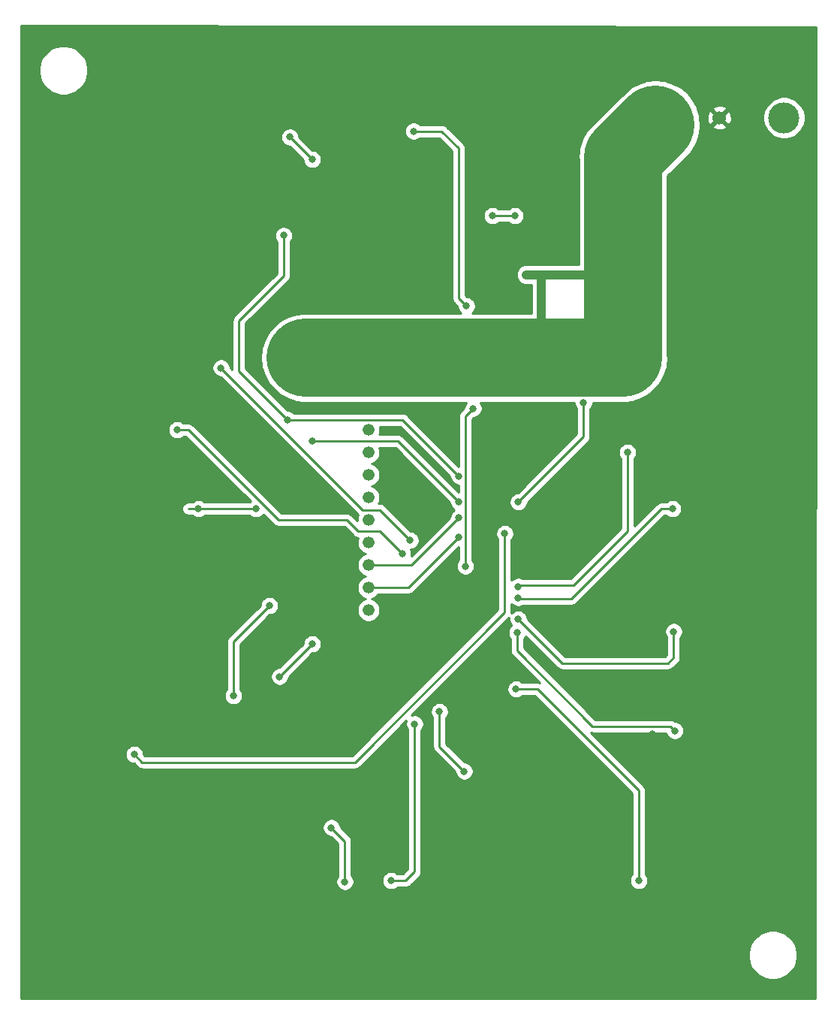
<source format=gbr>
%TF.GenerationSoftware,KiCad,Pcbnew,(5.1.9)-1*%
%TF.CreationDate,2021-03-29T17:16:35+05:30*%
%TF.ProjectId,LightStage,4c696768-7453-4746-9167-652e6b696361,rev?*%
%TF.SameCoordinates,Original*%
%TF.FileFunction,Copper,L2,Bot*%
%TF.FilePolarity,Positive*%
%FSLAX46Y46*%
G04 Gerber Fmt 4.6, Leading zero omitted, Abs format (unit mm)*
G04 Created by KiCad (PCBNEW (5.1.9)-1) date 2021-03-29 17:16:35*
%MOMM*%
%LPD*%
G01*
G04 APERTURE LIST*
%TA.AperFunction,ComponentPad*%
%ADD10C,3.500000*%
%TD*%
%TA.AperFunction,ComponentPad*%
%ADD11C,1.524000*%
%TD*%
%TA.AperFunction,ComponentPad*%
%ADD12C,1.340000*%
%TD*%
%TA.AperFunction,ViaPad*%
%ADD13C,0.800000*%
%TD*%
%TA.AperFunction,Conductor*%
%ADD14C,0.250000*%
%TD*%
%TA.AperFunction,Conductor*%
%ADD15C,8.800000*%
%TD*%
%TA.AperFunction,Conductor*%
%ADD16C,0.400000*%
%TD*%
%TA.AperFunction,Conductor*%
%ADD17C,1.000000*%
%TD*%
%TA.AperFunction,Conductor*%
%ADD18C,8.780000*%
%TD*%
%TA.AperFunction,Conductor*%
%ADD19C,0.254000*%
%TD*%
%TA.AperFunction,Conductor*%
%ADD20C,0.100000*%
%TD*%
G04 APERTURE END LIST*
D10*
%TO.P,J2,*%
%TO.N,*%
X117475000Y-51689000D03*
D11*
%TO.P,J2,2*%
%TO.N,GND*%
X110172500Y-51689000D03*
%TO.P,J2,1*%
%TO.N,24V*%
X104648000Y-51689000D03*
%TD*%
D12*
%TO.P,RN1,9*%
%TO.N,Net-(RN1-Pad9)*%
X70612000Y-107188000D03*
%TO.P,RN1,8*%
%TO.N,OE*%
X70612000Y-104648000D03*
%TO.P,RN1,7*%
%TO.N,A5*%
X70612000Y-102108000D03*
%TO.P,RN1,6*%
%TO.N,A4*%
X70612000Y-99568000D03*
%TO.P,RN1,5*%
%TO.N,A3*%
X70612000Y-97028000D03*
%TO.P,RN1,4*%
%TO.N,A2*%
X70612000Y-94488000D03*
%TO.P,RN1,3*%
%TO.N,A1*%
X70612000Y-91948000D03*
%TO.P,RN1,2*%
%TO.N,A0*%
X70612000Y-89408000D03*
%TO.P,RN1,1*%
%TO.N,GND*%
X70612000Y-86868000D03*
%TD*%
D13*
%TO.N,GND*%
X109474000Y-121285000D03*
X102616000Y-121158000D03*
X102235000Y-140589000D03*
X103632000Y-133858000D03*
X89916000Y-137033000D03*
X62103000Y-135763000D03*
X67437000Y-129032000D03*
X75692000Y-138303000D03*
X80010000Y-107569000D03*
X83566000Y-116078000D03*
X68072000Y-111125000D03*
X40640000Y-94107000D03*
X40767000Y-82550000D03*
X40767000Y-70485000D03*
X40386000Y-105664000D03*
X90678000Y-63373000D03*
X44577000Y-58293000D03*
X65786000Y-59944000D03*
X84963000Y-92710000D03*
X84963000Y-126365000D03*
X78613000Y-127381000D03*
X49022000Y-71374000D03*
X49149000Y-82804000D03*
X50038000Y-92075000D03*
X54610000Y-105791000D03*
X48895000Y-94488000D03*
X51562000Y-76708000D03*
X46609000Y-50800000D03*
X60452000Y-49911000D03*
X59563000Y-55245000D03*
X73533000Y-55245000D03*
X88900000Y-49784000D03*
X103505000Y-83058000D03*
X107696000Y-95631000D03*
X58293000Y-89916000D03*
X75438000Y-88138000D03*
X76835000Y-92837000D03*
X79248000Y-86233000D03*
X82931000Y-98171000D03*
X66040000Y-71628000D03*
%TO.N,5V*%
X61468000Y-85725000D03*
X80808990Y-92075000D03*
X61027500Y-64956500D03*
X55372000Y-116840000D03*
X59436002Y-106680000D03*
%TO.N,24V*%
X68072000Y-75438000D03*
X64262000Y-75438000D03*
X61722000Y-76708000D03*
X63500000Y-78740000D03*
X64262000Y-81788000D03*
X69342000Y-81788000D03*
X79502000Y-75438000D03*
X86233000Y-75057000D03*
X93599000Y-76200000D03*
X92456000Y-75946000D03*
X90932000Y-76073000D03*
X89662000Y-76200000D03*
X88519000Y-75946000D03*
X87376000Y-75946000D03*
X86233000Y-76200000D03*
X85217000Y-76073000D03*
X88392000Y-69380500D03*
X92202000Y-69380500D03*
X75205500Y-75289520D03*
%TO.N,A5*%
X80808990Y-96774000D03*
%TO.N,OE*%
X80808990Y-98933000D03*
%TO.N,SCL*%
X85979000Y-98552000D03*
X44196000Y-123443990D03*
%TO.N,SDA*%
X64262000Y-88138000D03*
X64262000Y-110998000D03*
X60579000Y-114681000D03*
X80808990Y-94996000D03*
%TO.N,PWM1*%
X49022000Y-86868000D03*
X74422000Y-100838000D03*
%TO.N,PWM2*%
X57912000Y-95758000D03*
X51435000Y-95758000D03*
%TO.N,PWM0*%
X75311000Y-99314000D03*
X53975000Y-79883000D03*
%TO.N,p_LED4*%
X66421000Y-131699000D03*
X67945000Y-137795000D03*
%TO.N,PWM5*%
X73152000Y-137668000D03*
X75819000Y-120015000D03*
%TO.N,PWM7*%
X101092000Y-137668000D03*
X87249000Y-116078000D03*
%TO.N,PWM6*%
X81407000Y-125349000D03*
X78613000Y-118618000D03*
%TO.N,PWM9*%
X87503000Y-108204000D03*
X105029000Y-109601000D03*
%TO.N,PWM12*%
X87503000Y-94996000D03*
X94869000Y-83820000D03*
%TO.N,PWM13*%
X75692000Y-53213000D03*
X81661000Y-72898000D03*
X82423000Y-84455000D03*
X81534000Y-102235000D03*
%TO.N,PWM14*%
X61742800Y-53868800D03*
X64262000Y-56388000D03*
%TO.N,PWM10*%
X104902000Y-95758000D03*
X87503000Y-105791000D03*
%TO.N,PWM11*%
X99822000Y-89408000D03*
X87503000Y-104521000D03*
%TO.N,PWM8*%
X87376000Y-109728000D03*
X105156000Y-120777000D03*
%TO.N,Net-(C30-Pad2)*%
X87122000Y-62738000D03*
X84582000Y-62738000D03*
%TD*%
D14*
%TO.N,5V*%
X61468000Y-85725000D02*
X74458990Y-85725000D01*
X74458990Y-85725000D02*
X80808990Y-92075000D01*
X61027500Y-69528500D02*
X61027500Y-64956500D01*
X56007000Y-74549000D02*
X61027500Y-69528500D01*
X56007000Y-80264000D02*
X56007000Y-74549000D01*
X61468000Y-85725000D02*
X56007000Y-80264000D01*
X61027500Y-64956500D02*
X61027500Y-64837500D01*
X55372000Y-116840000D02*
X55372000Y-110744002D01*
X55372000Y-110744002D02*
X59436002Y-106680000D01*
%TO.N,24V*%
X92202000Y-78105000D02*
X91567000Y-78740000D01*
X88392000Y-75565000D02*
X91567000Y-78740000D01*
X74930000Y-75057000D02*
X78613000Y-78740000D01*
D15*
X78613000Y-78740000D02*
X72009000Y-78740000D01*
X91567000Y-78740000D02*
X78613000Y-78740000D01*
X72009000Y-78740000D02*
X63500000Y-78740000D01*
D16*
X63500000Y-78740000D02*
X63500000Y-78740000D01*
D17*
X90081500Y-69888500D02*
X90081500Y-74676000D01*
X88392000Y-69380500D02*
X90081500Y-69380500D01*
X90081500Y-69380500D02*
X92202000Y-69380500D01*
X92202000Y-69380500D02*
X95465500Y-69380500D01*
X95465500Y-69380500D02*
X99314000Y-65532000D01*
D15*
X99314000Y-78740000D02*
X91567000Y-78740000D01*
D14*
X99314000Y-52197000D02*
X99314000Y-52578000D01*
D18*
X99314000Y-78740000D02*
X99314000Y-56134000D01*
X99314000Y-56134000D02*
X102997000Y-52451000D01*
D15*
X99314000Y-64008000D02*
X99314000Y-65532000D01*
D14*
%TO.N,A5*%
X75474990Y-102108000D02*
X80808990Y-96774000D01*
X70612000Y-102108000D02*
X75474990Y-102108000D01*
%TO.N,OE*%
X70612000Y-104648000D02*
X75093990Y-104648000D01*
X75093990Y-104648000D02*
X80808990Y-98933000D01*
%TO.N,SCL*%
X69088000Y-124333000D02*
X85979000Y-107442000D01*
X85979000Y-107442000D02*
X85979000Y-98552000D01*
X45085010Y-124333000D02*
X69088000Y-124333000D01*
X44196000Y-123443990D02*
X45085010Y-124333000D01*
%TO.N,SDA*%
X60579000Y-114681000D02*
X64262000Y-110998000D01*
X73950990Y-88138000D02*
X80808990Y-94996000D01*
X64262000Y-88138000D02*
X73950990Y-88138000D01*
%TO.N,PWM1*%
X71882000Y-98298000D02*
X74422000Y-100838000D01*
X68199000Y-97028000D02*
X69469000Y-98298000D01*
X60452000Y-97028000D02*
X68199000Y-97028000D01*
X50292000Y-86868000D02*
X60452000Y-97028000D01*
X69469000Y-98298000D02*
X71882000Y-98298000D01*
X49022000Y-86868000D02*
X50292000Y-86868000D01*
%TO.N,PWM2*%
X57912000Y-95758000D02*
X51435000Y-95758000D01*
X51435000Y-95758000D02*
X50292000Y-95758000D01*
%TO.N,PWM0*%
X69977000Y-95885000D02*
X53975000Y-79883000D01*
X71882000Y-95885000D02*
X69977000Y-95885000D01*
X75311000Y-99314000D02*
X71882000Y-95885000D01*
%TO.N,p_LED4*%
X66421000Y-131699000D02*
X67945000Y-133223000D01*
X67945000Y-133223000D02*
X67945000Y-137795000D01*
%TO.N,PWM5*%
X74803000Y-137668000D02*
X73152000Y-137668000D01*
X75819000Y-136652000D02*
X74803000Y-137668000D01*
X75819000Y-120015000D02*
X75819000Y-136652000D01*
%TO.N,PWM7*%
X101092000Y-127508000D02*
X101092000Y-137668000D01*
X87249000Y-116078000D02*
X89662000Y-116078000D01*
X89662000Y-116078000D02*
X101092000Y-127508000D01*
%TO.N,PWM6*%
X78613000Y-122555000D02*
X81407000Y-125349000D01*
X78613000Y-118618000D02*
X78613000Y-122555000D01*
%TO.N,PWM9*%
X92456000Y-113157000D02*
X87503000Y-108204000D01*
X104394000Y-113157000D02*
X92456000Y-113157000D01*
X105029000Y-112522000D02*
X104394000Y-113157000D01*
X105029000Y-109601000D02*
X105029000Y-112522000D01*
%TO.N,PWM12*%
X94869000Y-87630000D02*
X87503000Y-94996000D01*
X94869000Y-83820000D02*
X94869000Y-87630000D01*
%TO.N,PWM13*%
X80772000Y-72009000D02*
X81661000Y-72898000D01*
X80772000Y-55118000D02*
X80772000Y-72009000D01*
X78867000Y-53213000D02*
X80772000Y-55118000D01*
X75692000Y-53213000D02*
X78867000Y-53213000D01*
X81534000Y-85344000D02*
X81534000Y-102235000D01*
X82423000Y-84455000D02*
X81534000Y-85344000D01*
%TO.N,PWM14*%
X64262000Y-56388000D02*
X61742800Y-53868800D01*
%TO.N,PWM10*%
X103632000Y-95758000D02*
X104902000Y-95758000D01*
X93472000Y-105918000D02*
X103632000Y-95758000D01*
X87630000Y-105918000D02*
X93472000Y-105918000D01*
X87503000Y-105791000D02*
X87630000Y-105918000D01*
%TO.N,PWM11*%
X99822000Y-98298000D02*
X99822000Y-89408000D01*
X93726000Y-104394000D02*
X99822000Y-98298000D01*
X87630000Y-104394000D02*
X93726000Y-104394000D01*
X87503000Y-104521000D02*
X87630000Y-104394000D01*
%TO.N,PWM8*%
X87376000Y-111760000D02*
X87376000Y-109728000D01*
X95885000Y-120269000D02*
X87376000Y-111760000D01*
X104648000Y-120269000D02*
X95885000Y-120269000D01*
X105156000Y-120777000D02*
X104648000Y-120269000D01*
%TO.N,Net-(C30-Pad2)*%
X87122000Y-62738000D02*
X84582000Y-62738000D01*
%TD*%
D19*
%TO.N,GND*%
X121107216Y-41451044D02*
X120981784Y-150953000D01*
X31419000Y-150953000D01*
X31419000Y-145775701D01*
X113420000Y-145775701D01*
X113420000Y-146324299D01*
X113527026Y-146862354D01*
X113736965Y-147369192D01*
X114041750Y-147825334D01*
X114429666Y-148213250D01*
X114885808Y-148518035D01*
X115392646Y-148727974D01*
X115930701Y-148835000D01*
X116479299Y-148835000D01*
X117017354Y-148727974D01*
X117524192Y-148518035D01*
X117980334Y-148213250D01*
X118368250Y-147825334D01*
X118673035Y-147369192D01*
X118882974Y-146862354D01*
X118990000Y-146324299D01*
X118990000Y-145775701D01*
X118882974Y-145237646D01*
X118673035Y-144730808D01*
X118368250Y-144274666D01*
X117980334Y-143886750D01*
X117524192Y-143581965D01*
X117017354Y-143372026D01*
X116479299Y-143265000D01*
X115930701Y-143265000D01*
X115392646Y-143372026D01*
X114885808Y-143581965D01*
X114429666Y-143886750D01*
X114041750Y-144274666D01*
X113736965Y-144730808D01*
X113527026Y-145237646D01*
X113420000Y-145775701D01*
X31419000Y-145775701D01*
X31419000Y-131597061D01*
X65386000Y-131597061D01*
X65386000Y-131800939D01*
X65425774Y-132000898D01*
X65503795Y-132189256D01*
X65617063Y-132358774D01*
X65761226Y-132502937D01*
X65930744Y-132616205D01*
X66119102Y-132694226D01*
X66319061Y-132734000D01*
X66381198Y-132734000D01*
X67185000Y-133537803D01*
X67185001Y-137091288D01*
X67141063Y-137135226D01*
X67027795Y-137304744D01*
X66949774Y-137493102D01*
X66910000Y-137693061D01*
X66910000Y-137896939D01*
X66949774Y-138096898D01*
X67027795Y-138285256D01*
X67141063Y-138454774D01*
X67285226Y-138598937D01*
X67454744Y-138712205D01*
X67643102Y-138790226D01*
X67843061Y-138830000D01*
X68046939Y-138830000D01*
X68246898Y-138790226D01*
X68435256Y-138712205D01*
X68604774Y-138598937D01*
X68748937Y-138454774D01*
X68862205Y-138285256D01*
X68940226Y-138096898D01*
X68980000Y-137896939D01*
X68980000Y-137693061D01*
X68940226Y-137493102D01*
X68862205Y-137304744D01*
X68748937Y-137135226D01*
X68705000Y-137091289D01*
X68705000Y-133260322D01*
X68708676Y-133222999D01*
X68705000Y-133185676D01*
X68705000Y-133185667D01*
X68694003Y-133074014D01*
X68650546Y-132930753D01*
X68579974Y-132798724D01*
X68566811Y-132782685D01*
X68508799Y-132711996D01*
X68508795Y-132711992D01*
X68485001Y-132682999D01*
X68456009Y-132659206D01*
X67456000Y-131659198D01*
X67456000Y-131597061D01*
X67416226Y-131397102D01*
X67338205Y-131208744D01*
X67224937Y-131039226D01*
X67080774Y-130895063D01*
X66911256Y-130781795D01*
X66722898Y-130703774D01*
X66522939Y-130664000D01*
X66319061Y-130664000D01*
X66119102Y-130703774D01*
X65930744Y-130781795D01*
X65761226Y-130895063D01*
X65617063Y-131039226D01*
X65503795Y-131208744D01*
X65425774Y-131397102D01*
X65386000Y-131597061D01*
X31419000Y-131597061D01*
X31419000Y-123342051D01*
X43161000Y-123342051D01*
X43161000Y-123545929D01*
X43200774Y-123745888D01*
X43278795Y-123934246D01*
X43392063Y-124103764D01*
X43536226Y-124247927D01*
X43705744Y-124361195D01*
X43894102Y-124439216D01*
X44094061Y-124478990D01*
X44156198Y-124478990D01*
X44521211Y-124844003D01*
X44545009Y-124873001D01*
X44574007Y-124896799D01*
X44660733Y-124967974D01*
X44792763Y-125038546D01*
X44936024Y-125082003D01*
X45047677Y-125093000D01*
X45047687Y-125093000D01*
X45085010Y-125096676D01*
X45122332Y-125093000D01*
X69050678Y-125093000D01*
X69088000Y-125096676D01*
X69125322Y-125093000D01*
X69125333Y-125093000D01*
X69236986Y-125082003D01*
X69380247Y-125038546D01*
X69512276Y-124967974D01*
X69628001Y-124873001D01*
X69651804Y-124843997D01*
X74852819Y-119642983D01*
X74823774Y-119713102D01*
X74784000Y-119913061D01*
X74784000Y-120116939D01*
X74823774Y-120316898D01*
X74901795Y-120505256D01*
X75015063Y-120674774D01*
X75059000Y-120718711D01*
X75059001Y-136337197D01*
X74488199Y-136908000D01*
X73855711Y-136908000D01*
X73811774Y-136864063D01*
X73642256Y-136750795D01*
X73453898Y-136672774D01*
X73253939Y-136633000D01*
X73050061Y-136633000D01*
X72850102Y-136672774D01*
X72661744Y-136750795D01*
X72492226Y-136864063D01*
X72348063Y-137008226D01*
X72234795Y-137177744D01*
X72156774Y-137366102D01*
X72117000Y-137566061D01*
X72117000Y-137769939D01*
X72156774Y-137969898D01*
X72234795Y-138158256D01*
X72348063Y-138327774D01*
X72492226Y-138471937D01*
X72661744Y-138585205D01*
X72850102Y-138663226D01*
X73050061Y-138703000D01*
X73253939Y-138703000D01*
X73453898Y-138663226D01*
X73642256Y-138585205D01*
X73811774Y-138471937D01*
X73855711Y-138428000D01*
X74765678Y-138428000D01*
X74803000Y-138431676D01*
X74840322Y-138428000D01*
X74840333Y-138428000D01*
X74951986Y-138417003D01*
X75095247Y-138373546D01*
X75227276Y-138302974D01*
X75343001Y-138208001D01*
X75366804Y-138178998D01*
X76330003Y-137215799D01*
X76359001Y-137192001D01*
X76411526Y-137127999D01*
X76453974Y-137076277D01*
X76524546Y-136944247D01*
X76535541Y-136908000D01*
X76568003Y-136800986D01*
X76579000Y-136689333D01*
X76579000Y-136689323D01*
X76582676Y-136652000D01*
X76579000Y-136614678D01*
X76579000Y-120718711D01*
X76622937Y-120674774D01*
X76736205Y-120505256D01*
X76814226Y-120316898D01*
X76854000Y-120116939D01*
X76854000Y-119913061D01*
X76814226Y-119713102D01*
X76736205Y-119524744D01*
X76622937Y-119355226D01*
X76478774Y-119211063D01*
X76309256Y-119097795D01*
X76120898Y-119019774D01*
X75920939Y-118980000D01*
X75717061Y-118980000D01*
X75517102Y-119019774D01*
X75446983Y-119048819D01*
X75979741Y-118516061D01*
X77578000Y-118516061D01*
X77578000Y-118719939D01*
X77617774Y-118919898D01*
X77695795Y-119108256D01*
X77809063Y-119277774D01*
X77853000Y-119321711D01*
X77853001Y-122517668D01*
X77849324Y-122555000D01*
X77853001Y-122592333D01*
X77861667Y-122680314D01*
X77863998Y-122703985D01*
X77907454Y-122847246D01*
X77978026Y-122979276D01*
X78049201Y-123066002D01*
X78073000Y-123095001D01*
X78101998Y-123118799D01*
X80372000Y-125388802D01*
X80372000Y-125450939D01*
X80411774Y-125650898D01*
X80489795Y-125839256D01*
X80603063Y-126008774D01*
X80747226Y-126152937D01*
X80916744Y-126266205D01*
X81105102Y-126344226D01*
X81305061Y-126384000D01*
X81508939Y-126384000D01*
X81708898Y-126344226D01*
X81897256Y-126266205D01*
X82066774Y-126152937D01*
X82210937Y-126008774D01*
X82324205Y-125839256D01*
X82402226Y-125650898D01*
X82442000Y-125450939D01*
X82442000Y-125247061D01*
X82402226Y-125047102D01*
X82324205Y-124858744D01*
X82210937Y-124689226D01*
X82066774Y-124545063D01*
X81897256Y-124431795D01*
X81708898Y-124353774D01*
X81508939Y-124314000D01*
X81446802Y-124314000D01*
X79373000Y-122240199D01*
X79373000Y-119321711D01*
X79416937Y-119277774D01*
X79530205Y-119108256D01*
X79608226Y-118919898D01*
X79648000Y-118719939D01*
X79648000Y-118516061D01*
X79608226Y-118316102D01*
X79530205Y-118127744D01*
X79416937Y-117958226D01*
X79272774Y-117814063D01*
X79103256Y-117700795D01*
X78914898Y-117622774D01*
X78714939Y-117583000D01*
X78511061Y-117583000D01*
X78311102Y-117622774D01*
X78122744Y-117700795D01*
X77953226Y-117814063D01*
X77809063Y-117958226D01*
X77695795Y-118127744D01*
X77617774Y-118316102D01*
X77578000Y-118516061D01*
X75979741Y-118516061D01*
X86486439Y-108009363D01*
X86468000Y-108102061D01*
X86468000Y-108305939D01*
X86507774Y-108505898D01*
X86585795Y-108694256D01*
X86699063Y-108863774D01*
X86742078Y-108906789D01*
X86716226Y-108924063D01*
X86572063Y-109068226D01*
X86458795Y-109237744D01*
X86380774Y-109426102D01*
X86341000Y-109626061D01*
X86341000Y-109829939D01*
X86380774Y-110029898D01*
X86458795Y-110218256D01*
X86572063Y-110387774D01*
X86616001Y-110431712D01*
X86616000Y-111722677D01*
X86612324Y-111760000D01*
X86616000Y-111797322D01*
X86616000Y-111797332D01*
X86626997Y-111908985D01*
X86652551Y-111993226D01*
X86670454Y-112052246D01*
X86741026Y-112184276D01*
X86778349Y-112229754D01*
X86835999Y-112300001D01*
X86865003Y-112323804D01*
X89895977Y-115354778D01*
X89810986Y-115328997D01*
X89699333Y-115318000D01*
X89699322Y-115318000D01*
X89662000Y-115314324D01*
X89624678Y-115318000D01*
X87952711Y-115318000D01*
X87908774Y-115274063D01*
X87739256Y-115160795D01*
X87550898Y-115082774D01*
X87350939Y-115043000D01*
X87147061Y-115043000D01*
X86947102Y-115082774D01*
X86758744Y-115160795D01*
X86589226Y-115274063D01*
X86445063Y-115418226D01*
X86331795Y-115587744D01*
X86253774Y-115776102D01*
X86214000Y-115976061D01*
X86214000Y-116179939D01*
X86253774Y-116379898D01*
X86331795Y-116568256D01*
X86445063Y-116737774D01*
X86589226Y-116881937D01*
X86758744Y-116995205D01*
X86947102Y-117073226D01*
X87147061Y-117113000D01*
X87350939Y-117113000D01*
X87550898Y-117073226D01*
X87739256Y-116995205D01*
X87908774Y-116881937D01*
X87952711Y-116838000D01*
X89347199Y-116838000D01*
X100332000Y-127822802D01*
X100332001Y-136964288D01*
X100288063Y-137008226D01*
X100174795Y-137177744D01*
X100096774Y-137366102D01*
X100057000Y-137566061D01*
X100057000Y-137769939D01*
X100096774Y-137969898D01*
X100174795Y-138158256D01*
X100288063Y-138327774D01*
X100432226Y-138471937D01*
X100601744Y-138585205D01*
X100790102Y-138663226D01*
X100990061Y-138703000D01*
X101193939Y-138703000D01*
X101393898Y-138663226D01*
X101582256Y-138585205D01*
X101751774Y-138471937D01*
X101895937Y-138327774D01*
X102009205Y-138158256D01*
X102087226Y-137969898D01*
X102127000Y-137769939D01*
X102127000Y-137566061D01*
X102087226Y-137366102D01*
X102009205Y-137177744D01*
X101895937Y-137008226D01*
X101852000Y-136964289D01*
X101852000Y-127545322D01*
X101855676Y-127507999D01*
X101852000Y-127470677D01*
X101852000Y-127470667D01*
X101841003Y-127359014D01*
X101797546Y-127215753D01*
X101726975Y-127083725D01*
X101726974Y-127083723D01*
X101655799Y-126996997D01*
X101632001Y-126967999D01*
X101603004Y-126944202D01*
X95651023Y-120992222D01*
X95736014Y-121018003D01*
X95847667Y-121029000D01*
X95847676Y-121029000D01*
X95884999Y-121032676D01*
X95922322Y-121029000D01*
X104150849Y-121029000D01*
X104160774Y-121078898D01*
X104238795Y-121267256D01*
X104352063Y-121436774D01*
X104496226Y-121580937D01*
X104665744Y-121694205D01*
X104854102Y-121772226D01*
X105054061Y-121812000D01*
X105257939Y-121812000D01*
X105457898Y-121772226D01*
X105646256Y-121694205D01*
X105815774Y-121580937D01*
X105959937Y-121436774D01*
X106073205Y-121267256D01*
X106151226Y-121078898D01*
X106191000Y-120878939D01*
X106191000Y-120675061D01*
X106151226Y-120475102D01*
X106073205Y-120286744D01*
X105959937Y-120117226D01*
X105815774Y-119973063D01*
X105646256Y-119859795D01*
X105457898Y-119781774D01*
X105257939Y-119742000D01*
X105198671Y-119742000D01*
X105188001Y-119728999D01*
X105072276Y-119634026D01*
X104940247Y-119563454D01*
X104796986Y-119519997D01*
X104685333Y-119509000D01*
X104685322Y-119509000D01*
X104648000Y-119505324D01*
X104610678Y-119509000D01*
X96199802Y-119509000D01*
X88136000Y-111445199D01*
X88136000Y-110431711D01*
X88179937Y-110387774D01*
X88293205Y-110218256D01*
X88336919Y-110112721D01*
X91892201Y-113668003D01*
X91915999Y-113697001D01*
X92031724Y-113791974D01*
X92163753Y-113862546D01*
X92307014Y-113906003D01*
X92418667Y-113917000D01*
X92418675Y-113917000D01*
X92456000Y-113920676D01*
X92493325Y-113917000D01*
X104356678Y-113917000D01*
X104394000Y-113920676D01*
X104431322Y-113917000D01*
X104431333Y-113917000D01*
X104542986Y-113906003D01*
X104686247Y-113862546D01*
X104818276Y-113791974D01*
X104934001Y-113697001D01*
X104957803Y-113667998D01*
X105540002Y-113085800D01*
X105569001Y-113062001D01*
X105663974Y-112946276D01*
X105734546Y-112814247D01*
X105778003Y-112670986D01*
X105789000Y-112559333D01*
X105792677Y-112522000D01*
X105789000Y-112484667D01*
X105789000Y-110304711D01*
X105832937Y-110260774D01*
X105946205Y-110091256D01*
X106024226Y-109902898D01*
X106064000Y-109702939D01*
X106064000Y-109499061D01*
X106024226Y-109299102D01*
X105946205Y-109110744D01*
X105832937Y-108941226D01*
X105688774Y-108797063D01*
X105519256Y-108683795D01*
X105330898Y-108605774D01*
X105130939Y-108566000D01*
X104927061Y-108566000D01*
X104727102Y-108605774D01*
X104538744Y-108683795D01*
X104369226Y-108797063D01*
X104225063Y-108941226D01*
X104111795Y-109110744D01*
X104033774Y-109299102D01*
X103994000Y-109499061D01*
X103994000Y-109702939D01*
X104033774Y-109902898D01*
X104111795Y-110091256D01*
X104225063Y-110260774D01*
X104269000Y-110304711D01*
X104269001Y-112207197D01*
X104079199Y-112397000D01*
X92770802Y-112397000D01*
X88538000Y-108164199D01*
X88538000Y-108102061D01*
X88498226Y-107902102D01*
X88420205Y-107713744D01*
X88306937Y-107544226D01*
X88162774Y-107400063D01*
X87993256Y-107286795D01*
X87804898Y-107208774D01*
X87604939Y-107169000D01*
X87401061Y-107169000D01*
X87201102Y-107208774D01*
X87012744Y-107286795D01*
X86843226Y-107400063D01*
X86736273Y-107507016D01*
X86739000Y-107479333D01*
X86739000Y-107479324D01*
X86742676Y-107442001D01*
X86739000Y-107404678D01*
X86739000Y-106490711D01*
X86843226Y-106594937D01*
X87012744Y-106708205D01*
X87201102Y-106786226D01*
X87401061Y-106826000D01*
X87604939Y-106826000D01*
X87804898Y-106786226D01*
X87993256Y-106708205D01*
X88038461Y-106678000D01*
X93434678Y-106678000D01*
X93472000Y-106681676D01*
X93509322Y-106678000D01*
X93509333Y-106678000D01*
X93620986Y-106667003D01*
X93764247Y-106623546D01*
X93896276Y-106552974D01*
X94012001Y-106458001D01*
X94035804Y-106428997D01*
X103946802Y-96518000D01*
X104198289Y-96518000D01*
X104242226Y-96561937D01*
X104411744Y-96675205D01*
X104600102Y-96753226D01*
X104800061Y-96793000D01*
X105003939Y-96793000D01*
X105203898Y-96753226D01*
X105392256Y-96675205D01*
X105561774Y-96561937D01*
X105705937Y-96417774D01*
X105819205Y-96248256D01*
X105897226Y-96059898D01*
X105937000Y-95859939D01*
X105937000Y-95656061D01*
X105897226Y-95456102D01*
X105819205Y-95267744D01*
X105705937Y-95098226D01*
X105561774Y-94954063D01*
X105392256Y-94840795D01*
X105203898Y-94762774D01*
X105003939Y-94723000D01*
X104800061Y-94723000D01*
X104600102Y-94762774D01*
X104411744Y-94840795D01*
X104242226Y-94954063D01*
X104198289Y-94998000D01*
X103669325Y-94998000D01*
X103632000Y-94994324D01*
X103594675Y-94998000D01*
X103594667Y-94998000D01*
X103483014Y-95008997D01*
X103339753Y-95052454D01*
X103207724Y-95123026D01*
X103091999Y-95217999D01*
X103068201Y-95246997D01*
X100582000Y-97733198D01*
X100582000Y-90111711D01*
X100625937Y-90067774D01*
X100739205Y-89898256D01*
X100817226Y-89709898D01*
X100857000Y-89509939D01*
X100857000Y-89306061D01*
X100817226Y-89106102D01*
X100739205Y-88917744D01*
X100625937Y-88748226D01*
X100481774Y-88604063D01*
X100312256Y-88490795D01*
X100123898Y-88412774D01*
X99923939Y-88373000D01*
X99720061Y-88373000D01*
X99520102Y-88412774D01*
X99331744Y-88490795D01*
X99162226Y-88604063D01*
X99018063Y-88748226D01*
X98904795Y-88917744D01*
X98826774Y-89106102D01*
X98787000Y-89306061D01*
X98787000Y-89509939D01*
X98826774Y-89709898D01*
X98904795Y-89898256D01*
X99018063Y-90067774D01*
X99062001Y-90111712D01*
X99062000Y-97983198D01*
X93411199Y-103634000D01*
X88038461Y-103634000D01*
X87993256Y-103603795D01*
X87804898Y-103525774D01*
X87604939Y-103486000D01*
X87401061Y-103486000D01*
X87201102Y-103525774D01*
X87012744Y-103603795D01*
X86843226Y-103717063D01*
X86739000Y-103821289D01*
X86739000Y-99255711D01*
X86782937Y-99211774D01*
X86896205Y-99042256D01*
X86974226Y-98853898D01*
X87014000Y-98653939D01*
X87014000Y-98450061D01*
X86974226Y-98250102D01*
X86896205Y-98061744D01*
X86782937Y-97892226D01*
X86638774Y-97748063D01*
X86469256Y-97634795D01*
X86280898Y-97556774D01*
X86080939Y-97517000D01*
X85877061Y-97517000D01*
X85677102Y-97556774D01*
X85488744Y-97634795D01*
X85319226Y-97748063D01*
X85175063Y-97892226D01*
X85061795Y-98061744D01*
X84983774Y-98250102D01*
X84944000Y-98450061D01*
X84944000Y-98653939D01*
X84983774Y-98853898D01*
X85061795Y-99042256D01*
X85175063Y-99211774D01*
X85219001Y-99255712D01*
X85219000Y-107127198D01*
X68773199Y-123573000D01*
X45399812Y-123573000D01*
X45231000Y-123404188D01*
X45231000Y-123342051D01*
X45191226Y-123142092D01*
X45113205Y-122953734D01*
X44999937Y-122784216D01*
X44855774Y-122640053D01*
X44686256Y-122526785D01*
X44497898Y-122448764D01*
X44297939Y-122408990D01*
X44094061Y-122408990D01*
X43894102Y-122448764D01*
X43705744Y-122526785D01*
X43536226Y-122640053D01*
X43392063Y-122784216D01*
X43278795Y-122953734D01*
X43200774Y-123142092D01*
X43161000Y-123342051D01*
X31419000Y-123342051D01*
X31419000Y-116738061D01*
X54337000Y-116738061D01*
X54337000Y-116941939D01*
X54376774Y-117141898D01*
X54454795Y-117330256D01*
X54568063Y-117499774D01*
X54712226Y-117643937D01*
X54881744Y-117757205D01*
X55070102Y-117835226D01*
X55270061Y-117875000D01*
X55473939Y-117875000D01*
X55673898Y-117835226D01*
X55862256Y-117757205D01*
X56031774Y-117643937D01*
X56175937Y-117499774D01*
X56289205Y-117330256D01*
X56367226Y-117141898D01*
X56407000Y-116941939D01*
X56407000Y-116738061D01*
X56367226Y-116538102D01*
X56289205Y-116349744D01*
X56175937Y-116180226D01*
X56132000Y-116136289D01*
X56132000Y-114579061D01*
X59544000Y-114579061D01*
X59544000Y-114782939D01*
X59583774Y-114982898D01*
X59661795Y-115171256D01*
X59775063Y-115340774D01*
X59919226Y-115484937D01*
X60088744Y-115598205D01*
X60277102Y-115676226D01*
X60477061Y-115716000D01*
X60680939Y-115716000D01*
X60880898Y-115676226D01*
X61069256Y-115598205D01*
X61238774Y-115484937D01*
X61382937Y-115340774D01*
X61496205Y-115171256D01*
X61574226Y-114982898D01*
X61614000Y-114782939D01*
X61614000Y-114720801D01*
X64301802Y-112033000D01*
X64363939Y-112033000D01*
X64563898Y-111993226D01*
X64752256Y-111915205D01*
X64921774Y-111801937D01*
X65065937Y-111657774D01*
X65179205Y-111488256D01*
X65257226Y-111299898D01*
X65297000Y-111099939D01*
X65297000Y-110896061D01*
X65257226Y-110696102D01*
X65179205Y-110507744D01*
X65065937Y-110338226D01*
X64921774Y-110194063D01*
X64752256Y-110080795D01*
X64563898Y-110002774D01*
X64363939Y-109963000D01*
X64160061Y-109963000D01*
X63960102Y-110002774D01*
X63771744Y-110080795D01*
X63602226Y-110194063D01*
X63458063Y-110338226D01*
X63344795Y-110507744D01*
X63266774Y-110696102D01*
X63227000Y-110896061D01*
X63227000Y-110958198D01*
X60539199Y-113646000D01*
X60477061Y-113646000D01*
X60277102Y-113685774D01*
X60088744Y-113763795D01*
X59919226Y-113877063D01*
X59775063Y-114021226D01*
X59661795Y-114190744D01*
X59583774Y-114379102D01*
X59544000Y-114579061D01*
X56132000Y-114579061D01*
X56132000Y-111058803D01*
X59475804Y-107715000D01*
X59537941Y-107715000D01*
X59737900Y-107675226D01*
X59926258Y-107597205D01*
X60095776Y-107483937D01*
X60239939Y-107339774D01*
X60353207Y-107170256D01*
X60431228Y-106981898D01*
X60471002Y-106781939D01*
X60471002Y-106578061D01*
X60431228Y-106378102D01*
X60353207Y-106189744D01*
X60239939Y-106020226D01*
X60095776Y-105876063D01*
X59926258Y-105762795D01*
X59737900Y-105684774D01*
X59537941Y-105645000D01*
X59334063Y-105645000D01*
X59134104Y-105684774D01*
X58945746Y-105762795D01*
X58776228Y-105876063D01*
X58632065Y-106020226D01*
X58518797Y-106189744D01*
X58440776Y-106378102D01*
X58401002Y-106578061D01*
X58401002Y-106640198D01*
X54860998Y-110180203D01*
X54832000Y-110204001D01*
X54808202Y-110232999D01*
X54808201Y-110233000D01*
X54737026Y-110319726D01*
X54666454Y-110451756D01*
X54622998Y-110595017D01*
X54608324Y-110744002D01*
X54612001Y-110781334D01*
X54612000Y-116136289D01*
X54568063Y-116180226D01*
X54454795Y-116349744D01*
X54376774Y-116538102D01*
X54337000Y-116738061D01*
X31419000Y-116738061D01*
X31419000Y-86766061D01*
X47987000Y-86766061D01*
X47987000Y-86969939D01*
X48026774Y-87169898D01*
X48104795Y-87358256D01*
X48218063Y-87527774D01*
X48362226Y-87671937D01*
X48531744Y-87785205D01*
X48720102Y-87863226D01*
X48920061Y-87903000D01*
X49123939Y-87903000D01*
X49323898Y-87863226D01*
X49512256Y-87785205D01*
X49681774Y-87671937D01*
X49725711Y-87628000D01*
X49977199Y-87628000D01*
X57282819Y-94933621D01*
X57252226Y-94954063D01*
X57208289Y-94998000D01*
X52138711Y-94998000D01*
X52094774Y-94954063D01*
X51925256Y-94840795D01*
X51736898Y-94762774D01*
X51536939Y-94723000D01*
X51333061Y-94723000D01*
X51133102Y-94762774D01*
X50944744Y-94840795D01*
X50775226Y-94954063D01*
X50731289Y-94998000D01*
X50254667Y-94998000D01*
X50143014Y-95008997D01*
X49999753Y-95052454D01*
X49867724Y-95123026D01*
X49751999Y-95217999D01*
X49657026Y-95333724D01*
X49586454Y-95465753D01*
X49542997Y-95609014D01*
X49528323Y-95758000D01*
X49542997Y-95906986D01*
X49586454Y-96050247D01*
X49657026Y-96182276D01*
X49751999Y-96298001D01*
X49867724Y-96392974D01*
X49999753Y-96463546D01*
X50143014Y-96507003D01*
X50254667Y-96518000D01*
X50731289Y-96518000D01*
X50775226Y-96561937D01*
X50944744Y-96675205D01*
X51133102Y-96753226D01*
X51333061Y-96793000D01*
X51536939Y-96793000D01*
X51736898Y-96753226D01*
X51925256Y-96675205D01*
X52094774Y-96561937D01*
X52138711Y-96518000D01*
X57208289Y-96518000D01*
X57252226Y-96561937D01*
X57421744Y-96675205D01*
X57610102Y-96753226D01*
X57810061Y-96793000D01*
X58013939Y-96793000D01*
X58213898Y-96753226D01*
X58402256Y-96675205D01*
X58571774Y-96561937D01*
X58715937Y-96417774D01*
X58736379Y-96387181D01*
X59888200Y-97539002D01*
X59911999Y-97568001D01*
X60027724Y-97662974D01*
X60159753Y-97733546D01*
X60303014Y-97777003D01*
X60414667Y-97788000D01*
X60414675Y-97788000D01*
X60452000Y-97791676D01*
X60489325Y-97788000D01*
X67884199Y-97788000D01*
X68905200Y-98809002D01*
X68928999Y-98838001D01*
X69044724Y-98932974D01*
X69176753Y-99003546D01*
X69320014Y-99047003D01*
X69411548Y-99056018D01*
X69357151Y-99187346D01*
X69307000Y-99439469D01*
X69307000Y-99696531D01*
X69357151Y-99948654D01*
X69455524Y-100186149D01*
X69598341Y-100399889D01*
X69780111Y-100581659D01*
X69993851Y-100724476D01*
X70231346Y-100822849D01*
X70307514Y-100838000D01*
X70231346Y-100853151D01*
X69993851Y-100951524D01*
X69780111Y-101094341D01*
X69598341Y-101276111D01*
X69455524Y-101489851D01*
X69357151Y-101727346D01*
X69307000Y-101979469D01*
X69307000Y-102236531D01*
X69357151Y-102488654D01*
X69455524Y-102726149D01*
X69598341Y-102939889D01*
X69780111Y-103121659D01*
X69993851Y-103264476D01*
X70231346Y-103362849D01*
X70307514Y-103378000D01*
X70231346Y-103393151D01*
X69993851Y-103491524D01*
X69780111Y-103634341D01*
X69598341Y-103816111D01*
X69455524Y-104029851D01*
X69357151Y-104267346D01*
X69307000Y-104519469D01*
X69307000Y-104776531D01*
X69357151Y-105028654D01*
X69455524Y-105266149D01*
X69598341Y-105479889D01*
X69780111Y-105661659D01*
X69993851Y-105804476D01*
X70231346Y-105902849D01*
X70307514Y-105918000D01*
X70231346Y-105933151D01*
X69993851Y-106031524D01*
X69780111Y-106174341D01*
X69598341Y-106356111D01*
X69455524Y-106569851D01*
X69357151Y-106807346D01*
X69307000Y-107059469D01*
X69307000Y-107316531D01*
X69357151Y-107568654D01*
X69455524Y-107806149D01*
X69598341Y-108019889D01*
X69780111Y-108201659D01*
X69993851Y-108344476D01*
X70231346Y-108442849D01*
X70483469Y-108493000D01*
X70740531Y-108493000D01*
X70992654Y-108442849D01*
X71230149Y-108344476D01*
X71443889Y-108201659D01*
X71625659Y-108019889D01*
X71768476Y-107806149D01*
X71866849Y-107568654D01*
X71917000Y-107316531D01*
X71917000Y-107059469D01*
X71866849Y-106807346D01*
X71768476Y-106569851D01*
X71625659Y-106356111D01*
X71443889Y-106174341D01*
X71230149Y-106031524D01*
X70992654Y-105933151D01*
X70916486Y-105918000D01*
X70992654Y-105902849D01*
X71230149Y-105804476D01*
X71443889Y-105661659D01*
X71625659Y-105479889D01*
X71673694Y-105408000D01*
X75056668Y-105408000D01*
X75093990Y-105411676D01*
X75131312Y-105408000D01*
X75131323Y-105408000D01*
X75242976Y-105397003D01*
X75386237Y-105353546D01*
X75518266Y-105282974D01*
X75633991Y-105188001D01*
X75657794Y-105158997D01*
X80774001Y-100042791D01*
X80774001Y-101531288D01*
X80730063Y-101575226D01*
X80616795Y-101744744D01*
X80538774Y-101933102D01*
X80499000Y-102133061D01*
X80499000Y-102336939D01*
X80538774Y-102536898D01*
X80616795Y-102725256D01*
X80730063Y-102894774D01*
X80874226Y-103038937D01*
X81043744Y-103152205D01*
X81232102Y-103230226D01*
X81432061Y-103270000D01*
X81635939Y-103270000D01*
X81835898Y-103230226D01*
X82024256Y-103152205D01*
X82193774Y-103038937D01*
X82337937Y-102894774D01*
X82451205Y-102725256D01*
X82529226Y-102536898D01*
X82569000Y-102336939D01*
X82569000Y-102133061D01*
X82529226Y-101933102D01*
X82451205Y-101744744D01*
X82337937Y-101575226D01*
X82294000Y-101531289D01*
X82294000Y-85658801D01*
X82462801Y-85490000D01*
X82524939Y-85490000D01*
X82724898Y-85450226D01*
X82913256Y-85372205D01*
X83082774Y-85258937D01*
X83226937Y-85114774D01*
X83340205Y-84945256D01*
X83418226Y-84756898D01*
X83458000Y-84556939D01*
X83458000Y-84353061D01*
X83418226Y-84153102D01*
X83340205Y-83964744D01*
X83226937Y-83795226D01*
X83206711Y-83775000D01*
X93834000Y-83775000D01*
X93834000Y-83921939D01*
X93873774Y-84121898D01*
X93951795Y-84310256D01*
X94065063Y-84479774D01*
X94109000Y-84523711D01*
X94109001Y-87315197D01*
X87463199Y-93961000D01*
X87401061Y-93961000D01*
X87201102Y-94000774D01*
X87012744Y-94078795D01*
X86843226Y-94192063D01*
X86699063Y-94336226D01*
X86585795Y-94505744D01*
X86507774Y-94694102D01*
X86468000Y-94894061D01*
X86468000Y-95097939D01*
X86507774Y-95297898D01*
X86585795Y-95486256D01*
X86699063Y-95655774D01*
X86843226Y-95799937D01*
X87012744Y-95913205D01*
X87201102Y-95991226D01*
X87401061Y-96031000D01*
X87604939Y-96031000D01*
X87804898Y-95991226D01*
X87993256Y-95913205D01*
X88162774Y-95799937D01*
X88306937Y-95655774D01*
X88420205Y-95486256D01*
X88498226Y-95297898D01*
X88538000Y-95097939D01*
X88538000Y-95035801D01*
X95380003Y-88193799D01*
X95409001Y-88170001D01*
X95461171Y-88106432D01*
X95503974Y-88054277D01*
X95574546Y-87922247D01*
X95580384Y-87903000D01*
X95618003Y-87778986D01*
X95629000Y-87667333D01*
X95629000Y-87667324D01*
X95632676Y-87630001D01*
X95629000Y-87592678D01*
X95629000Y-84523711D01*
X95672937Y-84479774D01*
X95786205Y-84310256D01*
X95864226Y-84121898D01*
X95904000Y-83921939D01*
X95904000Y-83775000D01*
X99168677Y-83775000D01*
X99314000Y-83789313D01*
X99459322Y-83775000D01*
X99561352Y-83775000D01*
X100301033Y-83702148D01*
X101250134Y-83414241D01*
X102124831Y-82946706D01*
X102891509Y-82317509D01*
X103520706Y-81550831D01*
X103988241Y-80676134D01*
X104276148Y-79727033D01*
X104373362Y-78740000D01*
X104339000Y-78391116D01*
X104339000Y-65880883D01*
X104349000Y-65779351D01*
X104349000Y-63760648D01*
X104339000Y-63659116D01*
X104339000Y-58215423D01*
X106724764Y-55829660D01*
X107195350Y-55256248D01*
X107661956Y-54383289D01*
X107949291Y-53436072D01*
X108026262Y-52654565D01*
X109386540Y-52654565D01*
X109453520Y-52894656D01*
X109702548Y-53011756D01*
X109969635Y-53078023D01*
X110244517Y-53090910D01*
X110516633Y-53049922D01*
X110775523Y-52956636D01*
X110891480Y-52894656D01*
X110958460Y-52654565D01*
X110172500Y-51868605D01*
X109386540Y-52654565D01*
X108026262Y-52654565D01*
X108046312Y-52451000D01*
X107978355Y-51761017D01*
X108770590Y-51761017D01*
X108811578Y-52033133D01*
X108904864Y-52292023D01*
X108966844Y-52407980D01*
X109206935Y-52474960D01*
X109992895Y-51689000D01*
X110352105Y-51689000D01*
X111138065Y-52474960D01*
X111378156Y-52407980D01*
X111495256Y-52158952D01*
X111561523Y-51891865D01*
X111574410Y-51616983D01*
X111549876Y-51454098D01*
X115090000Y-51454098D01*
X115090000Y-51923902D01*
X115181654Y-52384679D01*
X115361440Y-52818721D01*
X115622450Y-53209349D01*
X115954651Y-53541550D01*
X116345279Y-53802560D01*
X116779321Y-53982346D01*
X117240098Y-54074000D01*
X117709902Y-54074000D01*
X118170679Y-53982346D01*
X118604721Y-53802560D01*
X118995349Y-53541550D01*
X119327550Y-53209349D01*
X119588560Y-52818721D01*
X119768346Y-52384679D01*
X119860000Y-51923902D01*
X119860000Y-51454098D01*
X119768346Y-50993321D01*
X119588560Y-50559279D01*
X119327550Y-50168651D01*
X118995349Y-49836450D01*
X118604721Y-49575440D01*
X118170679Y-49395654D01*
X117709902Y-49304000D01*
X117240098Y-49304000D01*
X116779321Y-49395654D01*
X116345279Y-49575440D01*
X115954651Y-49836450D01*
X115622450Y-50168651D01*
X115361440Y-50559279D01*
X115181654Y-50993321D01*
X115090000Y-51454098D01*
X111549876Y-51454098D01*
X111533422Y-51344867D01*
X111440136Y-51085977D01*
X111378156Y-50970020D01*
X111138065Y-50903040D01*
X110352105Y-51689000D01*
X109992895Y-51689000D01*
X109206935Y-50903040D01*
X108966844Y-50970020D01*
X108849744Y-51219048D01*
X108783477Y-51486135D01*
X108770590Y-51761017D01*
X107978355Y-51761017D01*
X107949291Y-51465928D01*
X107724059Y-50723435D01*
X109386540Y-50723435D01*
X110172500Y-51509395D01*
X110958460Y-50723435D01*
X110891480Y-50483344D01*
X110642452Y-50366244D01*
X110375365Y-50299977D01*
X110100483Y-50287090D01*
X109828367Y-50328078D01*
X109569477Y-50421364D01*
X109453520Y-50483344D01*
X109386540Y-50723435D01*
X107724059Y-50723435D01*
X107661956Y-50518711D01*
X107195350Y-49645752D01*
X106567403Y-48880597D01*
X105802248Y-48252650D01*
X104929289Y-47786044D01*
X103982072Y-47498709D01*
X102997000Y-47401688D01*
X102011928Y-47498709D01*
X101064711Y-47786044D01*
X100191752Y-48252650D01*
X99618340Y-48723236D01*
X95935337Y-52406240D01*
X95743598Y-52563597D01*
X95586241Y-52755337D01*
X95586237Y-52755341D01*
X95115650Y-53328752D01*
X94687265Y-54130205D01*
X94649044Y-54201712D01*
X94361709Y-55148928D01*
X94330008Y-55470795D01*
X94264688Y-56134000D01*
X94289001Y-56380854D01*
X94289001Y-63659110D01*
X94279000Y-63760649D01*
X94279000Y-65779352D01*
X94289001Y-65880890D01*
X94289000Y-68245500D01*
X88336248Y-68245500D01*
X88169501Y-68261923D01*
X87955553Y-68326824D01*
X87758377Y-68432216D01*
X87585551Y-68574051D01*
X87443716Y-68746877D01*
X87338324Y-68944053D01*
X87273423Y-69158001D01*
X87251509Y-69380500D01*
X87273423Y-69602999D01*
X87338324Y-69816947D01*
X87443716Y-70014123D01*
X87585551Y-70186949D01*
X87758377Y-70328784D01*
X87955553Y-70434176D01*
X88169501Y-70499077D01*
X88336248Y-70515500D01*
X88946500Y-70515500D01*
X88946501Y-73705000D01*
X82316190Y-73705000D01*
X82320774Y-73701937D01*
X82464937Y-73557774D01*
X82578205Y-73388256D01*
X82656226Y-73199898D01*
X82696000Y-72999939D01*
X82696000Y-72796061D01*
X82656226Y-72596102D01*
X82578205Y-72407744D01*
X82464937Y-72238226D01*
X82320774Y-72094063D01*
X82151256Y-71980795D01*
X81962898Y-71902774D01*
X81762939Y-71863000D01*
X81700801Y-71863000D01*
X81532000Y-71694199D01*
X81532000Y-62636061D01*
X83547000Y-62636061D01*
X83547000Y-62839939D01*
X83586774Y-63039898D01*
X83664795Y-63228256D01*
X83778063Y-63397774D01*
X83922226Y-63541937D01*
X84091744Y-63655205D01*
X84280102Y-63733226D01*
X84480061Y-63773000D01*
X84683939Y-63773000D01*
X84883898Y-63733226D01*
X85072256Y-63655205D01*
X85241774Y-63541937D01*
X85285711Y-63498000D01*
X86418289Y-63498000D01*
X86462226Y-63541937D01*
X86631744Y-63655205D01*
X86820102Y-63733226D01*
X87020061Y-63773000D01*
X87223939Y-63773000D01*
X87423898Y-63733226D01*
X87612256Y-63655205D01*
X87781774Y-63541937D01*
X87925937Y-63397774D01*
X88039205Y-63228256D01*
X88117226Y-63039898D01*
X88157000Y-62839939D01*
X88157000Y-62636061D01*
X88117226Y-62436102D01*
X88039205Y-62247744D01*
X87925937Y-62078226D01*
X87781774Y-61934063D01*
X87612256Y-61820795D01*
X87423898Y-61742774D01*
X87223939Y-61703000D01*
X87020061Y-61703000D01*
X86820102Y-61742774D01*
X86631744Y-61820795D01*
X86462226Y-61934063D01*
X86418289Y-61978000D01*
X85285711Y-61978000D01*
X85241774Y-61934063D01*
X85072256Y-61820795D01*
X84883898Y-61742774D01*
X84683939Y-61703000D01*
X84480061Y-61703000D01*
X84280102Y-61742774D01*
X84091744Y-61820795D01*
X83922226Y-61934063D01*
X83778063Y-62078226D01*
X83664795Y-62247744D01*
X83586774Y-62436102D01*
X83547000Y-62636061D01*
X81532000Y-62636061D01*
X81532000Y-55155323D01*
X81535676Y-55118000D01*
X81532000Y-55080677D01*
X81532000Y-55080667D01*
X81521003Y-54969014D01*
X81477546Y-54825753D01*
X81406974Y-54693724D01*
X81312001Y-54577999D01*
X81283004Y-54554202D01*
X79430804Y-52702003D01*
X79407001Y-52672999D01*
X79291276Y-52578026D01*
X79159247Y-52507454D01*
X79015986Y-52463997D01*
X78904333Y-52453000D01*
X78904322Y-52453000D01*
X78867000Y-52449324D01*
X78829678Y-52453000D01*
X76395711Y-52453000D01*
X76351774Y-52409063D01*
X76182256Y-52295795D01*
X75993898Y-52217774D01*
X75793939Y-52178000D01*
X75590061Y-52178000D01*
X75390102Y-52217774D01*
X75201744Y-52295795D01*
X75032226Y-52409063D01*
X74888063Y-52553226D01*
X74774795Y-52722744D01*
X74696774Y-52911102D01*
X74657000Y-53111061D01*
X74657000Y-53314939D01*
X74696774Y-53514898D01*
X74774795Y-53703256D01*
X74888063Y-53872774D01*
X75032226Y-54016937D01*
X75201744Y-54130205D01*
X75390102Y-54208226D01*
X75590061Y-54248000D01*
X75793939Y-54248000D01*
X75993898Y-54208226D01*
X76182256Y-54130205D01*
X76351774Y-54016937D01*
X76395711Y-53973000D01*
X78552199Y-53973000D01*
X80012000Y-55432802D01*
X80012001Y-71971667D01*
X80008324Y-72009000D01*
X80022998Y-72157985D01*
X80066454Y-72301246D01*
X80137026Y-72433276D01*
X80208201Y-72520002D01*
X80232000Y-72549001D01*
X80260998Y-72572799D01*
X80626000Y-72937801D01*
X80626000Y-72999939D01*
X80665774Y-73199898D01*
X80743795Y-73388256D01*
X80857063Y-73557774D01*
X81001226Y-73701937D01*
X81005810Y-73705000D01*
X63252648Y-73705000D01*
X62512967Y-73777852D01*
X61563866Y-74065759D01*
X60689169Y-74533294D01*
X59922491Y-75162491D01*
X59293294Y-75929169D01*
X58825759Y-76803866D01*
X58537852Y-77752967D01*
X58440638Y-78740000D01*
X58537852Y-79727033D01*
X58825759Y-80676134D01*
X59293294Y-81550831D01*
X59922491Y-82317509D01*
X60689169Y-82946706D01*
X61563866Y-83414241D01*
X62512967Y-83702148D01*
X63252648Y-83775000D01*
X81639289Y-83775000D01*
X81619063Y-83795226D01*
X81505795Y-83964744D01*
X81427774Y-84153102D01*
X81388000Y-84353061D01*
X81388000Y-84415199D01*
X81023002Y-84780197D01*
X80993999Y-84803999D01*
X80952144Y-84855000D01*
X80899026Y-84919724D01*
X80868947Y-84975998D01*
X80828454Y-85051754D01*
X80784997Y-85195015D01*
X80774000Y-85306668D01*
X80774000Y-85306678D01*
X80770324Y-85344000D01*
X80774000Y-85381322D01*
X80774000Y-90965208D01*
X75022794Y-85214003D01*
X74998991Y-85184999D01*
X74883266Y-85090026D01*
X74751237Y-85019454D01*
X74607976Y-84975997D01*
X74496323Y-84965000D01*
X74496312Y-84965000D01*
X74458990Y-84961324D01*
X74421668Y-84965000D01*
X62171711Y-84965000D01*
X62127774Y-84921063D01*
X61958256Y-84807795D01*
X61769898Y-84729774D01*
X61569939Y-84690000D01*
X61507802Y-84690000D01*
X56767000Y-79949199D01*
X56767000Y-74863801D01*
X61538504Y-70092298D01*
X61567501Y-70068501D01*
X61662474Y-69952776D01*
X61733046Y-69820747D01*
X61776503Y-69677486D01*
X61787500Y-69565833D01*
X61787500Y-69565824D01*
X61791176Y-69528501D01*
X61787500Y-69491178D01*
X61787500Y-65660211D01*
X61831437Y-65616274D01*
X61944705Y-65446756D01*
X62022726Y-65258398D01*
X62062500Y-65058439D01*
X62062500Y-64854561D01*
X62022726Y-64654602D01*
X61944705Y-64466244D01*
X61831437Y-64296726D01*
X61687274Y-64152563D01*
X61517756Y-64039295D01*
X61329398Y-63961274D01*
X61129439Y-63921500D01*
X60925561Y-63921500D01*
X60725602Y-63961274D01*
X60537244Y-64039295D01*
X60367726Y-64152563D01*
X60223563Y-64296726D01*
X60110295Y-64466244D01*
X60032274Y-64654602D01*
X59992500Y-64854561D01*
X59992500Y-65058439D01*
X60032274Y-65258398D01*
X60110295Y-65446756D01*
X60223563Y-65616274D01*
X60267501Y-65660212D01*
X60267500Y-69213698D01*
X55495998Y-73985201D01*
X55467000Y-74008999D01*
X55443202Y-74037997D01*
X55443201Y-74037998D01*
X55372026Y-74124724D01*
X55301454Y-74256754D01*
X55290361Y-74293324D01*
X55257998Y-74400014D01*
X55249570Y-74485583D01*
X55243324Y-74549000D01*
X55247001Y-74586332D01*
X55247000Y-80080199D01*
X55010000Y-79843199D01*
X55010000Y-79781061D01*
X54970226Y-79581102D01*
X54892205Y-79392744D01*
X54778937Y-79223226D01*
X54634774Y-79079063D01*
X54465256Y-78965795D01*
X54276898Y-78887774D01*
X54076939Y-78848000D01*
X53873061Y-78848000D01*
X53673102Y-78887774D01*
X53484744Y-78965795D01*
X53315226Y-79079063D01*
X53171063Y-79223226D01*
X53057795Y-79392744D01*
X52979774Y-79581102D01*
X52940000Y-79781061D01*
X52940000Y-79984939D01*
X52979774Y-80184898D01*
X53057795Y-80373256D01*
X53171063Y-80542774D01*
X53315226Y-80686937D01*
X53484744Y-80800205D01*
X53673102Y-80878226D01*
X53873061Y-80918000D01*
X53935199Y-80918000D01*
X69413205Y-96396008D01*
X69436999Y-96425001D01*
X69446141Y-96432504D01*
X69357151Y-96647346D01*
X69307000Y-96899469D01*
X69307000Y-97061199D01*
X68762804Y-96517003D01*
X68739001Y-96487999D01*
X68623276Y-96393026D01*
X68491247Y-96322454D01*
X68347986Y-96278997D01*
X68236333Y-96268000D01*
X68236322Y-96268000D01*
X68199000Y-96264324D01*
X68161678Y-96268000D01*
X60766802Y-96268000D01*
X50855804Y-86357003D01*
X50832001Y-86327999D01*
X50716276Y-86233026D01*
X50584247Y-86162454D01*
X50440986Y-86118997D01*
X50329333Y-86108000D01*
X50329322Y-86108000D01*
X50292000Y-86104324D01*
X50254678Y-86108000D01*
X49725711Y-86108000D01*
X49681774Y-86064063D01*
X49512256Y-85950795D01*
X49323898Y-85872774D01*
X49123939Y-85833000D01*
X48920061Y-85833000D01*
X48720102Y-85872774D01*
X48531744Y-85950795D01*
X48362226Y-86064063D01*
X48218063Y-86208226D01*
X48104795Y-86377744D01*
X48026774Y-86566102D01*
X47987000Y-86766061D01*
X31419000Y-86766061D01*
X31419000Y-53766861D01*
X60707800Y-53766861D01*
X60707800Y-53970739D01*
X60747574Y-54170698D01*
X60825595Y-54359056D01*
X60938863Y-54528574D01*
X61083026Y-54672737D01*
X61252544Y-54786005D01*
X61440902Y-54864026D01*
X61640861Y-54903800D01*
X61702999Y-54903800D01*
X63227000Y-56427802D01*
X63227000Y-56489939D01*
X63266774Y-56689898D01*
X63344795Y-56878256D01*
X63458063Y-57047774D01*
X63602226Y-57191937D01*
X63771744Y-57305205D01*
X63960102Y-57383226D01*
X64160061Y-57423000D01*
X64363939Y-57423000D01*
X64563898Y-57383226D01*
X64752256Y-57305205D01*
X64921774Y-57191937D01*
X65065937Y-57047774D01*
X65179205Y-56878256D01*
X65257226Y-56689898D01*
X65297000Y-56489939D01*
X65297000Y-56286061D01*
X65257226Y-56086102D01*
X65179205Y-55897744D01*
X65065937Y-55728226D01*
X64921774Y-55584063D01*
X64752256Y-55470795D01*
X64563898Y-55392774D01*
X64363939Y-55353000D01*
X64301802Y-55353000D01*
X62777800Y-53828999D01*
X62777800Y-53766861D01*
X62738026Y-53566902D01*
X62660005Y-53378544D01*
X62546737Y-53209026D01*
X62402574Y-53064863D01*
X62233056Y-52951595D01*
X62044698Y-52873574D01*
X61844739Y-52833800D01*
X61640861Y-52833800D01*
X61440902Y-52873574D01*
X61252544Y-52951595D01*
X61083026Y-53064863D01*
X60938863Y-53209026D01*
X60825595Y-53378544D01*
X60747574Y-53566902D01*
X60707800Y-53766861D01*
X31419000Y-53766861D01*
X31419000Y-46080701D01*
X33410000Y-46080701D01*
X33410000Y-46629299D01*
X33517026Y-47167354D01*
X33726965Y-47674192D01*
X34031750Y-48130334D01*
X34419666Y-48518250D01*
X34875808Y-48823035D01*
X35382646Y-49032974D01*
X35920701Y-49140000D01*
X36469299Y-49140000D01*
X37007354Y-49032974D01*
X37514192Y-48823035D01*
X37970334Y-48518250D01*
X38358250Y-48130334D01*
X38663035Y-47674192D01*
X38872974Y-47167354D01*
X38980000Y-46629299D01*
X38980000Y-46080701D01*
X38872974Y-45542646D01*
X38663035Y-45035808D01*
X38358250Y-44579666D01*
X37970334Y-44191750D01*
X37514192Y-43886965D01*
X37007354Y-43677026D01*
X36469299Y-43570000D01*
X35920701Y-43570000D01*
X35382646Y-43677026D01*
X34875808Y-43886965D01*
X34419666Y-44191750D01*
X34031750Y-44579666D01*
X33726965Y-45035808D01*
X33517026Y-45542646D01*
X33410000Y-46080701D01*
X31419000Y-46080701D01*
X31419000Y-41325956D01*
X121107216Y-41451044D01*
%TA.AperFunction,Conductor*%
D20*
G36*
X121107216Y-41451044D02*
G01*
X120981784Y-150953000D01*
X31419000Y-150953000D01*
X31419000Y-145775701D01*
X113420000Y-145775701D01*
X113420000Y-146324299D01*
X113527026Y-146862354D01*
X113736965Y-147369192D01*
X114041750Y-147825334D01*
X114429666Y-148213250D01*
X114885808Y-148518035D01*
X115392646Y-148727974D01*
X115930701Y-148835000D01*
X116479299Y-148835000D01*
X117017354Y-148727974D01*
X117524192Y-148518035D01*
X117980334Y-148213250D01*
X118368250Y-147825334D01*
X118673035Y-147369192D01*
X118882974Y-146862354D01*
X118990000Y-146324299D01*
X118990000Y-145775701D01*
X118882974Y-145237646D01*
X118673035Y-144730808D01*
X118368250Y-144274666D01*
X117980334Y-143886750D01*
X117524192Y-143581965D01*
X117017354Y-143372026D01*
X116479299Y-143265000D01*
X115930701Y-143265000D01*
X115392646Y-143372026D01*
X114885808Y-143581965D01*
X114429666Y-143886750D01*
X114041750Y-144274666D01*
X113736965Y-144730808D01*
X113527026Y-145237646D01*
X113420000Y-145775701D01*
X31419000Y-145775701D01*
X31419000Y-131597061D01*
X65386000Y-131597061D01*
X65386000Y-131800939D01*
X65425774Y-132000898D01*
X65503795Y-132189256D01*
X65617063Y-132358774D01*
X65761226Y-132502937D01*
X65930744Y-132616205D01*
X66119102Y-132694226D01*
X66319061Y-132734000D01*
X66381198Y-132734000D01*
X67185000Y-133537803D01*
X67185001Y-137091288D01*
X67141063Y-137135226D01*
X67027795Y-137304744D01*
X66949774Y-137493102D01*
X66910000Y-137693061D01*
X66910000Y-137896939D01*
X66949774Y-138096898D01*
X67027795Y-138285256D01*
X67141063Y-138454774D01*
X67285226Y-138598937D01*
X67454744Y-138712205D01*
X67643102Y-138790226D01*
X67843061Y-138830000D01*
X68046939Y-138830000D01*
X68246898Y-138790226D01*
X68435256Y-138712205D01*
X68604774Y-138598937D01*
X68748937Y-138454774D01*
X68862205Y-138285256D01*
X68940226Y-138096898D01*
X68980000Y-137896939D01*
X68980000Y-137693061D01*
X68940226Y-137493102D01*
X68862205Y-137304744D01*
X68748937Y-137135226D01*
X68705000Y-137091289D01*
X68705000Y-133260322D01*
X68708676Y-133222999D01*
X68705000Y-133185676D01*
X68705000Y-133185667D01*
X68694003Y-133074014D01*
X68650546Y-132930753D01*
X68579974Y-132798724D01*
X68566811Y-132782685D01*
X68508799Y-132711996D01*
X68508795Y-132711992D01*
X68485001Y-132682999D01*
X68456009Y-132659206D01*
X67456000Y-131659198D01*
X67456000Y-131597061D01*
X67416226Y-131397102D01*
X67338205Y-131208744D01*
X67224937Y-131039226D01*
X67080774Y-130895063D01*
X66911256Y-130781795D01*
X66722898Y-130703774D01*
X66522939Y-130664000D01*
X66319061Y-130664000D01*
X66119102Y-130703774D01*
X65930744Y-130781795D01*
X65761226Y-130895063D01*
X65617063Y-131039226D01*
X65503795Y-131208744D01*
X65425774Y-131397102D01*
X65386000Y-131597061D01*
X31419000Y-131597061D01*
X31419000Y-123342051D01*
X43161000Y-123342051D01*
X43161000Y-123545929D01*
X43200774Y-123745888D01*
X43278795Y-123934246D01*
X43392063Y-124103764D01*
X43536226Y-124247927D01*
X43705744Y-124361195D01*
X43894102Y-124439216D01*
X44094061Y-124478990D01*
X44156198Y-124478990D01*
X44521211Y-124844003D01*
X44545009Y-124873001D01*
X44574007Y-124896799D01*
X44660733Y-124967974D01*
X44792763Y-125038546D01*
X44936024Y-125082003D01*
X45047677Y-125093000D01*
X45047687Y-125093000D01*
X45085010Y-125096676D01*
X45122332Y-125093000D01*
X69050678Y-125093000D01*
X69088000Y-125096676D01*
X69125322Y-125093000D01*
X69125333Y-125093000D01*
X69236986Y-125082003D01*
X69380247Y-125038546D01*
X69512276Y-124967974D01*
X69628001Y-124873001D01*
X69651804Y-124843997D01*
X74852819Y-119642983D01*
X74823774Y-119713102D01*
X74784000Y-119913061D01*
X74784000Y-120116939D01*
X74823774Y-120316898D01*
X74901795Y-120505256D01*
X75015063Y-120674774D01*
X75059000Y-120718711D01*
X75059001Y-136337197D01*
X74488199Y-136908000D01*
X73855711Y-136908000D01*
X73811774Y-136864063D01*
X73642256Y-136750795D01*
X73453898Y-136672774D01*
X73253939Y-136633000D01*
X73050061Y-136633000D01*
X72850102Y-136672774D01*
X72661744Y-136750795D01*
X72492226Y-136864063D01*
X72348063Y-137008226D01*
X72234795Y-137177744D01*
X72156774Y-137366102D01*
X72117000Y-137566061D01*
X72117000Y-137769939D01*
X72156774Y-137969898D01*
X72234795Y-138158256D01*
X72348063Y-138327774D01*
X72492226Y-138471937D01*
X72661744Y-138585205D01*
X72850102Y-138663226D01*
X73050061Y-138703000D01*
X73253939Y-138703000D01*
X73453898Y-138663226D01*
X73642256Y-138585205D01*
X73811774Y-138471937D01*
X73855711Y-138428000D01*
X74765678Y-138428000D01*
X74803000Y-138431676D01*
X74840322Y-138428000D01*
X74840333Y-138428000D01*
X74951986Y-138417003D01*
X75095247Y-138373546D01*
X75227276Y-138302974D01*
X75343001Y-138208001D01*
X75366804Y-138178998D01*
X76330003Y-137215799D01*
X76359001Y-137192001D01*
X76411526Y-137127999D01*
X76453974Y-137076277D01*
X76524546Y-136944247D01*
X76535541Y-136908000D01*
X76568003Y-136800986D01*
X76579000Y-136689333D01*
X76579000Y-136689323D01*
X76582676Y-136652000D01*
X76579000Y-136614678D01*
X76579000Y-120718711D01*
X76622937Y-120674774D01*
X76736205Y-120505256D01*
X76814226Y-120316898D01*
X76854000Y-120116939D01*
X76854000Y-119913061D01*
X76814226Y-119713102D01*
X76736205Y-119524744D01*
X76622937Y-119355226D01*
X76478774Y-119211063D01*
X76309256Y-119097795D01*
X76120898Y-119019774D01*
X75920939Y-118980000D01*
X75717061Y-118980000D01*
X75517102Y-119019774D01*
X75446983Y-119048819D01*
X75979741Y-118516061D01*
X77578000Y-118516061D01*
X77578000Y-118719939D01*
X77617774Y-118919898D01*
X77695795Y-119108256D01*
X77809063Y-119277774D01*
X77853000Y-119321711D01*
X77853001Y-122517668D01*
X77849324Y-122555000D01*
X77853001Y-122592333D01*
X77861667Y-122680314D01*
X77863998Y-122703985D01*
X77907454Y-122847246D01*
X77978026Y-122979276D01*
X78049201Y-123066002D01*
X78073000Y-123095001D01*
X78101998Y-123118799D01*
X80372000Y-125388802D01*
X80372000Y-125450939D01*
X80411774Y-125650898D01*
X80489795Y-125839256D01*
X80603063Y-126008774D01*
X80747226Y-126152937D01*
X80916744Y-126266205D01*
X81105102Y-126344226D01*
X81305061Y-126384000D01*
X81508939Y-126384000D01*
X81708898Y-126344226D01*
X81897256Y-126266205D01*
X82066774Y-126152937D01*
X82210937Y-126008774D01*
X82324205Y-125839256D01*
X82402226Y-125650898D01*
X82442000Y-125450939D01*
X82442000Y-125247061D01*
X82402226Y-125047102D01*
X82324205Y-124858744D01*
X82210937Y-124689226D01*
X82066774Y-124545063D01*
X81897256Y-124431795D01*
X81708898Y-124353774D01*
X81508939Y-124314000D01*
X81446802Y-124314000D01*
X79373000Y-122240199D01*
X79373000Y-119321711D01*
X79416937Y-119277774D01*
X79530205Y-119108256D01*
X79608226Y-118919898D01*
X79648000Y-118719939D01*
X79648000Y-118516061D01*
X79608226Y-118316102D01*
X79530205Y-118127744D01*
X79416937Y-117958226D01*
X79272774Y-117814063D01*
X79103256Y-117700795D01*
X78914898Y-117622774D01*
X78714939Y-117583000D01*
X78511061Y-117583000D01*
X78311102Y-117622774D01*
X78122744Y-117700795D01*
X77953226Y-117814063D01*
X77809063Y-117958226D01*
X77695795Y-118127744D01*
X77617774Y-118316102D01*
X77578000Y-118516061D01*
X75979741Y-118516061D01*
X86486439Y-108009363D01*
X86468000Y-108102061D01*
X86468000Y-108305939D01*
X86507774Y-108505898D01*
X86585795Y-108694256D01*
X86699063Y-108863774D01*
X86742078Y-108906789D01*
X86716226Y-108924063D01*
X86572063Y-109068226D01*
X86458795Y-109237744D01*
X86380774Y-109426102D01*
X86341000Y-109626061D01*
X86341000Y-109829939D01*
X86380774Y-110029898D01*
X86458795Y-110218256D01*
X86572063Y-110387774D01*
X86616001Y-110431712D01*
X86616000Y-111722677D01*
X86612324Y-111760000D01*
X86616000Y-111797322D01*
X86616000Y-111797332D01*
X86626997Y-111908985D01*
X86652551Y-111993226D01*
X86670454Y-112052246D01*
X86741026Y-112184276D01*
X86778349Y-112229754D01*
X86835999Y-112300001D01*
X86865003Y-112323804D01*
X89895977Y-115354778D01*
X89810986Y-115328997D01*
X89699333Y-115318000D01*
X89699322Y-115318000D01*
X89662000Y-115314324D01*
X89624678Y-115318000D01*
X87952711Y-115318000D01*
X87908774Y-115274063D01*
X87739256Y-115160795D01*
X87550898Y-115082774D01*
X87350939Y-115043000D01*
X87147061Y-115043000D01*
X86947102Y-115082774D01*
X86758744Y-115160795D01*
X86589226Y-115274063D01*
X86445063Y-115418226D01*
X86331795Y-115587744D01*
X86253774Y-115776102D01*
X86214000Y-115976061D01*
X86214000Y-116179939D01*
X86253774Y-116379898D01*
X86331795Y-116568256D01*
X86445063Y-116737774D01*
X86589226Y-116881937D01*
X86758744Y-116995205D01*
X86947102Y-117073226D01*
X87147061Y-117113000D01*
X87350939Y-117113000D01*
X87550898Y-117073226D01*
X87739256Y-116995205D01*
X87908774Y-116881937D01*
X87952711Y-116838000D01*
X89347199Y-116838000D01*
X100332000Y-127822802D01*
X100332001Y-136964288D01*
X100288063Y-137008226D01*
X100174795Y-137177744D01*
X100096774Y-137366102D01*
X100057000Y-137566061D01*
X100057000Y-137769939D01*
X100096774Y-137969898D01*
X100174795Y-138158256D01*
X100288063Y-138327774D01*
X100432226Y-138471937D01*
X100601744Y-138585205D01*
X100790102Y-138663226D01*
X100990061Y-138703000D01*
X101193939Y-138703000D01*
X101393898Y-138663226D01*
X101582256Y-138585205D01*
X101751774Y-138471937D01*
X101895937Y-138327774D01*
X102009205Y-138158256D01*
X102087226Y-137969898D01*
X102127000Y-137769939D01*
X102127000Y-137566061D01*
X102087226Y-137366102D01*
X102009205Y-137177744D01*
X101895937Y-137008226D01*
X101852000Y-136964289D01*
X101852000Y-127545322D01*
X101855676Y-127507999D01*
X101852000Y-127470677D01*
X101852000Y-127470667D01*
X101841003Y-127359014D01*
X101797546Y-127215753D01*
X101726975Y-127083725D01*
X101726974Y-127083723D01*
X101655799Y-126996997D01*
X101632001Y-126967999D01*
X101603004Y-126944202D01*
X95651023Y-120992222D01*
X95736014Y-121018003D01*
X95847667Y-121029000D01*
X95847676Y-121029000D01*
X95884999Y-121032676D01*
X95922322Y-121029000D01*
X104150849Y-121029000D01*
X104160774Y-121078898D01*
X104238795Y-121267256D01*
X104352063Y-121436774D01*
X104496226Y-121580937D01*
X104665744Y-121694205D01*
X104854102Y-121772226D01*
X105054061Y-121812000D01*
X105257939Y-121812000D01*
X105457898Y-121772226D01*
X105646256Y-121694205D01*
X105815774Y-121580937D01*
X105959937Y-121436774D01*
X106073205Y-121267256D01*
X106151226Y-121078898D01*
X106191000Y-120878939D01*
X106191000Y-120675061D01*
X106151226Y-120475102D01*
X106073205Y-120286744D01*
X105959937Y-120117226D01*
X105815774Y-119973063D01*
X105646256Y-119859795D01*
X105457898Y-119781774D01*
X105257939Y-119742000D01*
X105198671Y-119742000D01*
X105188001Y-119728999D01*
X105072276Y-119634026D01*
X104940247Y-119563454D01*
X104796986Y-119519997D01*
X104685333Y-119509000D01*
X104685322Y-119509000D01*
X104648000Y-119505324D01*
X104610678Y-119509000D01*
X96199802Y-119509000D01*
X88136000Y-111445199D01*
X88136000Y-110431711D01*
X88179937Y-110387774D01*
X88293205Y-110218256D01*
X88336919Y-110112721D01*
X91892201Y-113668003D01*
X91915999Y-113697001D01*
X92031724Y-113791974D01*
X92163753Y-113862546D01*
X92307014Y-113906003D01*
X92418667Y-113917000D01*
X92418675Y-113917000D01*
X92456000Y-113920676D01*
X92493325Y-113917000D01*
X104356678Y-113917000D01*
X104394000Y-113920676D01*
X104431322Y-113917000D01*
X104431333Y-113917000D01*
X104542986Y-113906003D01*
X104686247Y-113862546D01*
X104818276Y-113791974D01*
X104934001Y-113697001D01*
X104957803Y-113667998D01*
X105540002Y-113085800D01*
X105569001Y-113062001D01*
X105663974Y-112946276D01*
X105734546Y-112814247D01*
X105778003Y-112670986D01*
X105789000Y-112559333D01*
X105792677Y-112522000D01*
X105789000Y-112484667D01*
X105789000Y-110304711D01*
X105832937Y-110260774D01*
X105946205Y-110091256D01*
X106024226Y-109902898D01*
X106064000Y-109702939D01*
X106064000Y-109499061D01*
X106024226Y-109299102D01*
X105946205Y-109110744D01*
X105832937Y-108941226D01*
X105688774Y-108797063D01*
X105519256Y-108683795D01*
X105330898Y-108605774D01*
X105130939Y-108566000D01*
X104927061Y-108566000D01*
X104727102Y-108605774D01*
X104538744Y-108683795D01*
X104369226Y-108797063D01*
X104225063Y-108941226D01*
X104111795Y-109110744D01*
X104033774Y-109299102D01*
X103994000Y-109499061D01*
X103994000Y-109702939D01*
X104033774Y-109902898D01*
X104111795Y-110091256D01*
X104225063Y-110260774D01*
X104269000Y-110304711D01*
X104269001Y-112207197D01*
X104079199Y-112397000D01*
X92770802Y-112397000D01*
X88538000Y-108164199D01*
X88538000Y-108102061D01*
X88498226Y-107902102D01*
X88420205Y-107713744D01*
X88306937Y-107544226D01*
X88162774Y-107400063D01*
X87993256Y-107286795D01*
X87804898Y-107208774D01*
X87604939Y-107169000D01*
X87401061Y-107169000D01*
X87201102Y-107208774D01*
X87012744Y-107286795D01*
X86843226Y-107400063D01*
X86736273Y-107507016D01*
X86739000Y-107479333D01*
X86739000Y-107479324D01*
X86742676Y-107442001D01*
X86739000Y-107404678D01*
X86739000Y-106490711D01*
X86843226Y-106594937D01*
X87012744Y-106708205D01*
X87201102Y-106786226D01*
X87401061Y-106826000D01*
X87604939Y-106826000D01*
X87804898Y-106786226D01*
X87993256Y-106708205D01*
X88038461Y-106678000D01*
X93434678Y-106678000D01*
X93472000Y-106681676D01*
X93509322Y-106678000D01*
X93509333Y-106678000D01*
X93620986Y-106667003D01*
X93764247Y-106623546D01*
X93896276Y-106552974D01*
X94012001Y-106458001D01*
X94035804Y-106428997D01*
X103946802Y-96518000D01*
X104198289Y-96518000D01*
X104242226Y-96561937D01*
X104411744Y-96675205D01*
X104600102Y-96753226D01*
X104800061Y-96793000D01*
X105003939Y-96793000D01*
X105203898Y-96753226D01*
X105392256Y-96675205D01*
X105561774Y-96561937D01*
X105705937Y-96417774D01*
X105819205Y-96248256D01*
X105897226Y-96059898D01*
X105937000Y-95859939D01*
X105937000Y-95656061D01*
X105897226Y-95456102D01*
X105819205Y-95267744D01*
X105705937Y-95098226D01*
X105561774Y-94954063D01*
X105392256Y-94840795D01*
X105203898Y-94762774D01*
X105003939Y-94723000D01*
X104800061Y-94723000D01*
X104600102Y-94762774D01*
X104411744Y-94840795D01*
X104242226Y-94954063D01*
X104198289Y-94998000D01*
X103669325Y-94998000D01*
X103632000Y-94994324D01*
X103594675Y-94998000D01*
X103594667Y-94998000D01*
X103483014Y-95008997D01*
X103339753Y-95052454D01*
X103207724Y-95123026D01*
X103091999Y-95217999D01*
X103068201Y-95246997D01*
X100582000Y-97733198D01*
X100582000Y-90111711D01*
X100625937Y-90067774D01*
X100739205Y-89898256D01*
X100817226Y-89709898D01*
X100857000Y-89509939D01*
X100857000Y-89306061D01*
X100817226Y-89106102D01*
X100739205Y-88917744D01*
X100625937Y-88748226D01*
X100481774Y-88604063D01*
X100312256Y-88490795D01*
X100123898Y-88412774D01*
X99923939Y-88373000D01*
X99720061Y-88373000D01*
X99520102Y-88412774D01*
X99331744Y-88490795D01*
X99162226Y-88604063D01*
X99018063Y-88748226D01*
X98904795Y-88917744D01*
X98826774Y-89106102D01*
X98787000Y-89306061D01*
X98787000Y-89509939D01*
X98826774Y-89709898D01*
X98904795Y-89898256D01*
X99018063Y-90067774D01*
X99062001Y-90111712D01*
X99062000Y-97983198D01*
X93411199Y-103634000D01*
X88038461Y-103634000D01*
X87993256Y-103603795D01*
X87804898Y-103525774D01*
X87604939Y-103486000D01*
X87401061Y-103486000D01*
X87201102Y-103525774D01*
X87012744Y-103603795D01*
X86843226Y-103717063D01*
X86739000Y-103821289D01*
X86739000Y-99255711D01*
X86782937Y-99211774D01*
X86896205Y-99042256D01*
X86974226Y-98853898D01*
X87014000Y-98653939D01*
X87014000Y-98450061D01*
X86974226Y-98250102D01*
X86896205Y-98061744D01*
X86782937Y-97892226D01*
X86638774Y-97748063D01*
X86469256Y-97634795D01*
X86280898Y-97556774D01*
X86080939Y-97517000D01*
X85877061Y-97517000D01*
X85677102Y-97556774D01*
X85488744Y-97634795D01*
X85319226Y-97748063D01*
X85175063Y-97892226D01*
X85061795Y-98061744D01*
X84983774Y-98250102D01*
X84944000Y-98450061D01*
X84944000Y-98653939D01*
X84983774Y-98853898D01*
X85061795Y-99042256D01*
X85175063Y-99211774D01*
X85219001Y-99255712D01*
X85219000Y-107127198D01*
X68773199Y-123573000D01*
X45399812Y-123573000D01*
X45231000Y-123404188D01*
X45231000Y-123342051D01*
X45191226Y-123142092D01*
X45113205Y-122953734D01*
X44999937Y-122784216D01*
X44855774Y-122640053D01*
X44686256Y-122526785D01*
X44497898Y-122448764D01*
X44297939Y-122408990D01*
X44094061Y-122408990D01*
X43894102Y-122448764D01*
X43705744Y-122526785D01*
X43536226Y-122640053D01*
X43392063Y-122784216D01*
X43278795Y-122953734D01*
X43200774Y-123142092D01*
X43161000Y-123342051D01*
X31419000Y-123342051D01*
X31419000Y-116738061D01*
X54337000Y-116738061D01*
X54337000Y-116941939D01*
X54376774Y-117141898D01*
X54454795Y-117330256D01*
X54568063Y-117499774D01*
X54712226Y-117643937D01*
X54881744Y-117757205D01*
X55070102Y-117835226D01*
X55270061Y-117875000D01*
X55473939Y-117875000D01*
X55673898Y-117835226D01*
X55862256Y-117757205D01*
X56031774Y-117643937D01*
X56175937Y-117499774D01*
X56289205Y-117330256D01*
X56367226Y-117141898D01*
X56407000Y-116941939D01*
X56407000Y-116738061D01*
X56367226Y-116538102D01*
X56289205Y-116349744D01*
X56175937Y-116180226D01*
X56132000Y-116136289D01*
X56132000Y-114579061D01*
X59544000Y-114579061D01*
X59544000Y-114782939D01*
X59583774Y-114982898D01*
X59661795Y-115171256D01*
X59775063Y-115340774D01*
X59919226Y-115484937D01*
X60088744Y-115598205D01*
X60277102Y-115676226D01*
X60477061Y-115716000D01*
X60680939Y-115716000D01*
X60880898Y-115676226D01*
X61069256Y-115598205D01*
X61238774Y-115484937D01*
X61382937Y-115340774D01*
X61496205Y-115171256D01*
X61574226Y-114982898D01*
X61614000Y-114782939D01*
X61614000Y-114720801D01*
X64301802Y-112033000D01*
X64363939Y-112033000D01*
X64563898Y-111993226D01*
X64752256Y-111915205D01*
X64921774Y-111801937D01*
X65065937Y-111657774D01*
X65179205Y-111488256D01*
X65257226Y-111299898D01*
X65297000Y-111099939D01*
X65297000Y-110896061D01*
X65257226Y-110696102D01*
X65179205Y-110507744D01*
X65065937Y-110338226D01*
X64921774Y-110194063D01*
X64752256Y-110080795D01*
X64563898Y-110002774D01*
X64363939Y-109963000D01*
X64160061Y-109963000D01*
X63960102Y-110002774D01*
X63771744Y-110080795D01*
X63602226Y-110194063D01*
X63458063Y-110338226D01*
X63344795Y-110507744D01*
X63266774Y-110696102D01*
X63227000Y-110896061D01*
X63227000Y-110958198D01*
X60539199Y-113646000D01*
X60477061Y-113646000D01*
X60277102Y-113685774D01*
X60088744Y-113763795D01*
X59919226Y-113877063D01*
X59775063Y-114021226D01*
X59661795Y-114190744D01*
X59583774Y-114379102D01*
X59544000Y-114579061D01*
X56132000Y-114579061D01*
X56132000Y-111058803D01*
X59475804Y-107715000D01*
X59537941Y-107715000D01*
X59737900Y-107675226D01*
X59926258Y-107597205D01*
X60095776Y-107483937D01*
X60239939Y-107339774D01*
X60353207Y-107170256D01*
X60431228Y-106981898D01*
X60471002Y-106781939D01*
X60471002Y-106578061D01*
X60431228Y-106378102D01*
X60353207Y-106189744D01*
X60239939Y-106020226D01*
X60095776Y-105876063D01*
X59926258Y-105762795D01*
X59737900Y-105684774D01*
X59537941Y-105645000D01*
X59334063Y-105645000D01*
X59134104Y-105684774D01*
X58945746Y-105762795D01*
X58776228Y-105876063D01*
X58632065Y-106020226D01*
X58518797Y-106189744D01*
X58440776Y-106378102D01*
X58401002Y-106578061D01*
X58401002Y-106640198D01*
X54860998Y-110180203D01*
X54832000Y-110204001D01*
X54808202Y-110232999D01*
X54808201Y-110233000D01*
X54737026Y-110319726D01*
X54666454Y-110451756D01*
X54622998Y-110595017D01*
X54608324Y-110744002D01*
X54612001Y-110781334D01*
X54612000Y-116136289D01*
X54568063Y-116180226D01*
X54454795Y-116349744D01*
X54376774Y-116538102D01*
X54337000Y-116738061D01*
X31419000Y-116738061D01*
X31419000Y-86766061D01*
X47987000Y-86766061D01*
X47987000Y-86969939D01*
X48026774Y-87169898D01*
X48104795Y-87358256D01*
X48218063Y-87527774D01*
X48362226Y-87671937D01*
X48531744Y-87785205D01*
X48720102Y-87863226D01*
X48920061Y-87903000D01*
X49123939Y-87903000D01*
X49323898Y-87863226D01*
X49512256Y-87785205D01*
X49681774Y-87671937D01*
X49725711Y-87628000D01*
X49977199Y-87628000D01*
X57282819Y-94933621D01*
X57252226Y-94954063D01*
X57208289Y-94998000D01*
X52138711Y-94998000D01*
X52094774Y-94954063D01*
X51925256Y-94840795D01*
X51736898Y-94762774D01*
X51536939Y-94723000D01*
X51333061Y-94723000D01*
X51133102Y-94762774D01*
X50944744Y-94840795D01*
X50775226Y-94954063D01*
X50731289Y-94998000D01*
X50254667Y-94998000D01*
X50143014Y-95008997D01*
X49999753Y-95052454D01*
X49867724Y-95123026D01*
X49751999Y-95217999D01*
X49657026Y-95333724D01*
X49586454Y-95465753D01*
X49542997Y-95609014D01*
X49528323Y-95758000D01*
X49542997Y-95906986D01*
X49586454Y-96050247D01*
X49657026Y-96182276D01*
X49751999Y-96298001D01*
X49867724Y-96392974D01*
X49999753Y-96463546D01*
X50143014Y-96507003D01*
X50254667Y-96518000D01*
X50731289Y-96518000D01*
X50775226Y-96561937D01*
X50944744Y-96675205D01*
X51133102Y-96753226D01*
X51333061Y-96793000D01*
X51536939Y-96793000D01*
X51736898Y-96753226D01*
X51925256Y-96675205D01*
X52094774Y-96561937D01*
X52138711Y-96518000D01*
X57208289Y-96518000D01*
X57252226Y-96561937D01*
X57421744Y-96675205D01*
X57610102Y-96753226D01*
X57810061Y-96793000D01*
X58013939Y-96793000D01*
X58213898Y-96753226D01*
X58402256Y-96675205D01*
X58571774Y-96561937D01*
X58715937Y-96417774D01*
X58736379Y-96387181D01*
X59888200Y-97539002D01*
X59911999Y-97568001D01*
X60027724Y-97662974D01*
X60159753Y-97733546D01*
X60303014Y-97777003D01*
X60414667Y-97788000D01*
X60414675Y-97788000D01*
X60452000Y-97791676D01*
X60489325Y-97788000D01*
X67884199Y-97788000D01*
X68905200Y-98809002D01*
X68928999Y-98838001D01*
X69044724Y-98932974D01*
X69176753Y-99003546D01*
X69320014Y-99047003D01*
X69411548Y-99056018D01*
X69357151Y-99187346D01*
X69307000Y-99439469D01*
X69307000Y-99696531D01*
X69357151Y-99948654D01*
X69455524Y-100186149D01*
X69598341Y-100399889D01*
X69780111Y-100581659D01*
X69993851Y-100724476D01*
X70231346Y-100822849D01*
X70307514Y-100838000D01*
X70231346Y-100853151D01*
X69993851Y-100951524D01*
X69780111Y-101094341D01*
X69598341Y-101276111D01*
X69455524Y-101489851D01*
X69357151Y-101727346D01*
X69307000Y-101979469D01*
X69307000Y-102236531D01*
X69357151Y-102488654D01*
X69455524Y-102726149D01*
X69598341Y-102939889D01*
X69780111Y-103121659D01*
X69993851Y-103264476D01*
X70231346Y-103362849D01*
X70307514Y-103378000D01*
X70231346Y-103393151D01*
X69993851Y-103491524D01*
X69780111Y-103634341D01*
X69598341Y-103816111D01*
X69455524Y-104029851D01*
X69357151Y-104267346D01*
X69307000Y-104519469D01*
X69307000Y-104776531D01*
X69357151Y-105028654D01*
X69455524Y-105266149D01*
X69598341Y-105479889D01*
X69780111Y-105661659D01*
X69993851Y-105804476D01*
X70231346Y-105902849D01*
X70307514Y-105918000D01*
X70231346Y-105933151D01*
X69993851Y-106031524D01*
X69780111Y-106174341D01*
X69598341Y-106356111D01*
X69455524Y-106569851D01*
X69357151Y-106807346D01*
X69307000Y-107059469D01*
X69307000Y-107316531D01*
X69357151Y-107568654D01*
X69455524Y-107806149D01*
X69598341Y-108019889D01*
X69780111Y-108201659D01*
X69993851Y-108344476D01*
X70231346Y-108442849D01*
X70483469Y-108493000D01*
X70740531Y-108493000D01*
X70992654Y-108442849D01*
X71230149Y-108344476D01*
X71443889Y-108201659D01*
X71625659Y-108019889D01*
X71768476Y-107806149D01*
X71866849Y-107568654D01*
X71917000Y-107316531D01*
X71917000Y-107059469D01*
X71866849Y-106807346D01*
X71768476Y-106569851D01*
X71625659Y-106356111D01*
X71443889Y-106174341D01*
X71230149Y-106031524D01*
X70992654Y-105933151D01*
X70916486Y-105918000D01*
X70992654Y-105902849D01*
X71230149Y-105804476D01*
X71443889Y-105661659D01*
X71625659Y-105479889D01*
X71673694Y-105408000D01*
X75056668Y-105408000D01*
X75093990Y-105411676D01*
X75131312Y-105408000D01*
X75131323Y-105408000D01*
X75242976Y-105397003D01*
X75386237Y-105353546D01*
X75518266Y-105282974D01*
X75633991Y-105188001D01*
X75657794Y-105158997D01*
X80774001Y-100042791D01*
X80774001Y-101531288D01*
X80730063Y-101575226D01*
X80616795Y-101744744D01*
X80538774Y-101933102D01*
X80499000Y-102133061D01*
X80499000Y-102336939D01*
X80538774Y-102536898D01*
X80616795Y-102725256D01*
X80730063Y-102894774D01*
X80874226Y-103038937D01*
X81043744Y-103152205D01*
X81232102Y-103230226D01*
X81432061Y-103270000D01*
X81635939Y-103270000D01*
X81835898Y-103230226D01*
X82024256Y-103152205D01*
X82193774Y-103038937D01*
X82337937Y-102894774D01*
X82451205Y-102725256D01*
X82529226Y-102536898D01*
X82569000Y-102336939D01*
X82569000Y-102133061D01*
X82529226Y-101933102D01*
X82451205Y-101744744D01*
X82337937Y-101575226D01*
X82294000Y-101531289D01*
X82294000Y-85658801D01*
X82462801Y-85490000D01*
X82524939Y-85490000D01*
X82724898Y-85450226D01*
X82913256Y-85372205D01*
X83082774Y-85258937D01*
X83226937Y-85114774D01*
X83340205Y-84945256D01*
X83418226Y-84756898D01*
X83458000Y-84556939D01*
X83458000Y-84353061D01*
X83418226Y-84153102D01*
X83340205Y-83964744D01*
X83226937Y-83795226D01*
X83206711Y-83775000D01*
X93834000Y-83775000D01*
X93834000Y-83921939D01*
X93873774Y-84121898D01*
X93951795Y-84310256D01*
X94065063Y-84479774D01*
X94109000Y-84523711D01*
X94109001Y-87315197D01*
X87463199Y-93961000D01*
X87401061Y-93961000D01*
X87201102Y-94000774D01*
X87012744Y-94078795D01*
X86843226Y-94192063D01*
X86699063Y-94336226D01*
X86585795Y-94505744D01*
X86507774Y-94694102D01*
X86468000Y-94894061D01*
X86468000Y-95097939D01*
X86507774Y-95297898D01*
X86585795Y-95486256D01*
X86699063Y-95655774D01*
X86843226Y-95799937D01*
X87012744Y-95913205D01*
X87201102Y-95991226D01*
X87401061Y-96031000D01*
X87604939Y-96031000D01*
X87804898Y-95991226D01*
X87993256Y-95913205D01*
X88162774Y-95799937D01*
X88306937Y-95655774D01*
X88420205Y-95486256D01*
X88498226Y-95297898D01*
X88538000Y-95097939D01*
X88538000Y-95035801D01*
X95380003Y-88193799D01*
X95409001Y-88170001D01*
X95461171Y-88106432D01*
X95503974Y-88054277D01*
X95574546Y-87922247D01*
X95580384Y-87903000D01*
X95618003Y-87778986D01*
X95629000Y-87667333D01*
X95629000Y-87667324D01*
X95632676Y-87630001D01*
X95629000Y-87592678D01*
X95629000Y-84523711D01*
X95672937Y-84479774D01*
X95786205Y-84310256D01*
X95864226Y-84121898D01*
X95904000Y-83921939D01*
X95904000Y-83775000D01*
X99168677Y-83775000D01*
X99314000Y-83789313D01*
X99459322Y-83775000D01*
X99561352Y-83775000D01*
X100301033Y-83702148D01*
X101250134Y-83414241D01*
X102124831Y-82946706D01*
X102891509Y-82317509D01*
X103520706Y-81550831D01*
X103988241Y-80676134D01*
X104276148Y-79727033D01*
X104373362Y-78740000D01*
X104339000Y-78391116D01*
X104339000Y-65880883D01*
X104349000Y-65779351D01*
X104349000Y-63760648D01*
X104339000Y-63659116D01*
X104339000Y-58215423D01*
X106724764Y-55829660D01*
X107195350Y-55256248D01*
X107661956Y-54383289D01*
X107949291Y-53436072D01*
X108026262Y-52654565D01*
X109386540Y-52654565D01*
X109453520Y-52894656D01*
X109702548Y-53011756D01*
X109969635Y-53078023D01*
X110244517Y-53090910D01*
X110516633Y-53049922D01*
X110775523Y-52956636D01*
X110891480Y-52894656D01*
X110958460Y-52654565D01*
X110172500Y-51868605D01*
X109386540Y-52654565D01*
X108026262Y-52654565D01*
X108046312Y-52451000D01*
X107978355Y-51761017D01*
X108770590Y-51761017D01*
X108811578Y-52033133D01*
X108904864Y-52292023D01*
X108966844Y-52407980D01*
X109206935Y-52474960D01*
X109992895Y-51689000D01*
X110352105Y-51689000D01*
X111138065Y-52474960D01*
X111378156Y-52407980D01*
X111495256Y-52158952D01*
X111561523Y-51891865D01*
X111574410Y-51616983D01*
X111549876Y-51454098D01*
X115090000Y-51454098D01*
X115090000Y-51923902D01*
X115181654Y-52384679D01*
X115361440Y-52818721D01*
X115622450Y-53209349D01*
X115954651Y-53541550D01*
X116345279Y-53802560D01*
X116779321Y-53982346D01*
X117240098Y-54074000D01*
X117709902Y-54074000D01*
X118170679Y-53982346D01*
X118604721Y-53802560D01*
X118995349Y-53541550D01*
X119327550Y-53209349D01*
X119588560Y-52818721D01*
X119768346Y-52384679D01*
X119860000Y-51923902D01*
X119860000Y-51454098D01*
X119768346Y-50993321D01*
X119588560Y-50559279D01*
X119327550Y-50168651D01*
X118995349Y-49836450D01*
X118604721Y-49575440D01*
X118170679Y-49395654D01*
X117709902Y-49304000D01*
X117240098Y-49304000D01*
X116779321Y-49395654D01*
X116345279Y-49575440D01*
X115954651Y-49836450D01*
X115622450Y-50168651D01*
X115361440Y-50559279D01*
X115181654Y-50993321D01*
X115090000Y-51454098D01*
X111549876Y-51454098D01*
X111533422Y-51344867D01*
X111440136Y-51085977D01*
X111378156Y-50970020D01*
X111138065Y-50903040D01*
X110352105Y-51689000D01*
X109992895Y-51689000D01*
X109206935Y-50903040D01*
X108966844Y-50970020D01*
X108849744Y-51219048D01*
X108783477Y-51486135D01*
X108770590Y-51761017D01*
X107978355Y-51761017D01*
X107949291Y-51465928D01*
X107724059Y-50723435D01*
X109386540Y-50723435D01*
X110172500Y-51509395D01*
X110958460Y-50723435D01*
X110891480Y-50483344D01*
X110642452Y-50366244D01*
X110375365Y-50299977D01*
X110100483Y-50287090D01*
X109828367Y-50328078D01*
X109569477Y-50421364D01*
X109453520Y-50483344D01*
X109386540Y-50723435D01*
X107724059Y-50723435D01*
X107661956Y-50518711D01*
X107195350Y-49645752D01*
X106567403Y-48880597D01*
X105802248Y-48252650D01*
X104929289Y-47786044D01*
X103982072Y-47498709D01*
X102997000Y-47401688D01*
X102011928Y-47498709D01*
X101064711Y-47786044D01*
X100191752Y-48252650D01*
X99618340Y-48723236D01*
X95935337Y-52406240D01*
X95743598Y-52563597D01*
X95586241Y-52755337D01*
X95586237Y-52755341D01*
X95115650Y-53328752D01*
X94687265Y-54130205D01*
X94649044Y-54201712D01*
X94361709Y-55148928D01*
X94330008Y-55470795D01*
X94264688Y-56134000D01*
X94289001Y-56380854D01*
X94289001Y-63659110D01*
X94279000Y-63760649D01*
X94279000Y-65779352D01*
X94289001Y-65880890D01*
X94289000Y-68245500D01*
X88336248Y-68245500D01*
X88169501Y-68261923D01*
X87955553Y-68326824D01*
X87758377Y-68432216D01*
X87585551Y-68574051D01*
X87443716Y-68746877D01*
X87338324Y-68944053D01*
X87273423Y-69158001D01*
X87251509Y-69380500D01*
X87273423Y-69602999D01*
X87338324Y-69816947D01*
X87443716Y-70014123D01*
X87585551Y-70186949D01*
X87758377Y-70328784D01*
X87955553Y-70434176D01*
X88169501Y-70499077D01*
X88336248Y-70515500D01*
X88946500Y-70515500D01*
X88946501Y-73705000D01*
X82316190Y-73705000D01*
X82320774Y-73701937D01*
X82464937Y-73557774D01*
X82578205Y-73388256D01*
X82656226Y-73199898D01*
X82696000Y-72999939D01*
X82696000Y-72796061D01*
X82656226Y-72596102D01*
X82578205Y-72407744D01*
X82464937Y-72238226D01*
X82320774Y-72094063D01*
X82151256Y-71980795D01*
X81962898Y-71902774D01*
X81762939Y-71863000D01*
X81700801Y-71863000D01*
X81532000Y-71694199D01*
X81532000Y-62636061D01*
X83547000Y-62636061D01*
X83547000Y-62839939D01*
X83586774Y-63039898D01*
X83664795Y-63228256D01*
X83778063Y-63397774D01*
X83922226Y-63541937D01*
X84091744Y-63655205D01*
X84280102Y-63733226D01*
X84480061Y-63773000D01*
X84683939Y-63773000D01*
X84883898Y-63733226D01*
X85072256Y-63655205D01*
X85241774Y-63541937D01*
X85285711Y-63498000D01*
X86418289Y-63498000D01*
X86462226Y-63541937D01*
X86631744Y-63655205D01*
X86820102Y-63733226D01*
X87020061Y-63773000D01*
X87223939Y-63773000D01*
X87423898Y-63733226D01*
X87612256Y-63655205D01*
X87781774Y-63541937D01*
X87925937Y-63397774D01*
X88039205Y-63228256D01*
X88117226Y-63039898D01*
X88157000Y-62839939D01*
X88157000Y-62636061D01*
X88117226Y-62436102D01*
X88039205Y-62247744D01*
X87925937Y-62078226D01*
X87781774Y-61934063D01*
X87612256Y-61820795D01*
X87423898Y-61742774D01*
X87223939Y-61703000D01*
X87020061Y-61703000D01*
X86820102Y-61742774D01*
X86631744Y-61820795D01*
X86462226Y-61934063D01*
X86418289Y-61978000D01*
X85285711Y-61978000D01*
X85241774Y-61934063D01*
X85072256Y-61820795D01*
X84883898Y-61742774D01*
X84683939Y-61703000D01*
X84480061Y-61703000D01*
X84280102Y-61742774D01*
X84091744Y-61820795D01*
X83922226Y-61934063D01*
X83778063Y-62078226D01*
X83664795Y-62247744D01*
X83586774Y-62436102D01*
X83547000Y-62636061D01*
X81532000Y-62636061D01*
X81532000Y-55155323D01*
X81535676Y-55118000D01*
X81532000Y-55080677D01*
X81532000Y-55080667D01*
X81521003Y-54969014D01*
X81477546Y-54825753D01*
X81406974Y-54693724D01*
X81312001Y-54577999D01*
X81283004Y-54554202D01*
X79430804Y-52702003D01*
X79407001Y-52672999D01*
X79291276Y-52578026D01*
X79159247Y-52507454D01*
X79015986Y-52463997D01*
X78904333Y-52453000D01*
X78904322Y-52453000D01*
X78867000Y-52449324D01*
X78829678Y-52453000D01*
X76395711Y-52453000D01*
X76351774Y-52409063D01*
X76182256Y-52295795D01*
X75993898Y-52217774D01*
X75793939Y-52178000D01*
X75590061Y-52178000D01*
X75390102Y-52217774D01*
X75201744Y-52295795D01*
X75032226Y-52409063D01*
X74888063Y-52553226D01*
X74774795Y-52722744D01*
X74696774Y-52911102D01*
X74657000Y-53111061D01*
X74657000Y-53314939D01*
X74696774Y-53514898D01*
X74774795Y-53703256D01*
X74888063Y-53872774D01*
X75032226Y-54016937D01*
X75201744Y-54130205D01*
X75390102Y-54208226D01*
X75590061Y-54248000D01*
X75793939Y-54248000D01*
X75993898Y-54208226D01*
X76182256Y-54130205D01*
X76351774Y-54016937D01*
X76395711Y-53973000D01*
X78552199Y-53973000D01*
X80012000Y-55432802D01*
X80012001Y-71971667D01*
X80008324Y-72009000D01*
X80022998Y-72157985D01*
X80066454Y-72301246D01*
X80137026Y-72433276D01*
X80208201Y-72520002D01*
X80232000Y-72549001D01*
X80260998Y-72572799D01*
X80626000Y-72937801D01*
X80626000Y-72999939D01*
X80665774Y-73199898D01*
X80743795Y-73388256D01*
X80857063Y-73557774D01*
X81001226Y-73701937D01*
X81005810Y-73705000D01*
X63252648Y-73705000D01*
X62512967Y-73777852D01*
X61563866Y-74065759D01*
X60689169Y-74533294D01*
X59922491Y-75162491D01*
X59293294Y-75929169D01*
X58825759Y-76803866D01*
X58537852Y-77752967D01*
X58440638Y-78740000D01*
X58537852Y-79727033D01*
X58825759Y-80676134D01*
X59293294Y-81550831D01*
X59922491Y-82317509D01*
X60689169Y-82946706D01*
X61563866Y-83414241D01*
X62512967Y-83702148D01*
X63252648Y-83775000D01*
X81639289Y-83775000D01*
X81619063Y-83795226D01*
X81505795Y-83964744D01*
X81427774Y-84153102D01*
X81388000Y-84353061D01*
X81388000Y-84415199D01*
X81023002Y-84780197D01*
X80993999Y-84803999D01*
X80952144Y-84855000D01*
X80899026Y-84919724D01*
X80868947Y-84975998D01*
X80828454Y-85051754D01*
X80784997Y-85195015D01*
X80774000Y-85306668D01*
X80774000Y-85306678D01*
X80770324Y-85344000D01*
X80774000Y-85381322D01*
X80774000Y-90965208D01*
X75022794Y-85214003D01*
X74998991Y-85184999D01*
X74883266Y-85090026D01*
X74751237Y-85019454D01*
X74607976Y-84975997D01*
X74496323Y-84965000D01*
X74496312Y-84965000D01*
X74458990Y-84961324D01*
X74421668Y-84965000D01*
X62171711Y-84965000D01*
X62127774Y-84921063D01*
X61958256Y-84807795D01*
X61769898Y-84729774D01*
X61569939Y-84690000D01*
X61507802Y-84690000D01*
X56767000Y-79949199D01*
X56767000Y-74863801D01*
X61538504Y-70092298D01*
X61567501Y-70068501D01*
X61662474Y-69952776D01*
X61733046Y-69820747D01*
X61776503Y-69677486D01*
X61787500Y-69565833D01*
X61787500Y-69565824D01*
X61791176Y-69528501D01*
X61787500Y-69491178D01*
X61787500Y-65660211D01*
X61831437Y-65616274D01*
X61944705Y-65446756D01*
X62022726Y-65258398D01*
X62062500Y-65058439D01*
X62062500Y-64854561D01*
X62022726Y-64654602D01*
X61944705Y-64466244D01*
X61831437Y-64296726D01*
X61687274Y-64152563D01*
X61517756Y-64039295D01*
X61329398Y-63961274D01*
X61129439Y-63921500D01*
X60925561Y-63921500D01*
X60725602Y-63961274D01*
X60537244Y-64039295D01*
X60367726Y-64152563D01*
X60223563Y-64296726D01*
X60110295Y-64466244D01*
X60032274Y-64654602D01*
X59992500Y-64854561D01*
X59992500Y-65058439D01*
X60032274Y-65258398D01*
X60110295Y-65446756D01*
X60223563Y-65616274D01*
X60267501Y-65660212D01*
X60267500Y-69213698D01*
X55495998Y-73985201D01*
X55467000Y-74008999D01*
X55443202Y-74037997D01*
X55443201Y-74037998D01*
X55372026Y-74124724D01*
X55301454Y-74256754D01*
X55290361Y-74293324D01*
X55257998Y-74400014D01*
X55249570Y-74485583D01*
X55243324Y-74549000D01*
X55247001Y-74586332D01*
X55247000Y-80080199D01*
X55010000Y-79843199D01*
X55010000Y-79781061D01*
X54970226Y-79581102D01*
X54892205Y-79392744D01*
X54778937Y-79223226D01*
X54634774Y-79079063D01*
X54465256Y-78965795D01*
X54276898Y-78887774D01*
X54076939Y-78848000D01*
X53873061Y-78848000D01*
X53673102Y-78887774D01*
X53484744Y-78965795D01*
X53315226Y-79079063D01*
X53171063Y-79223226D01*
X53057795Y-79392744D01*
X52979774Y-79581102D01*
X52940000Y-79781061D01*
X52940000Y-79984939D01*
X52979774Y-80184898D01*
X53057795Y-80373256D01*
X53171063Y-80542774D01*
X53315226Y-80686937D01*
X53484744Y-80800205D01*
X53673102Y-80878226D01*
X53873061Y-80918000D01*
X53935199Y-80918000D01*
X69413205Y-96396008D01*
X69436999Y-96425001D01*
X69446141Y-96432504D01*
X69357151Y-96647346D01*
X69307000Y-96899469D01*
X69307000Y-97061199D01*
X68762804Y-96517003D01*
X68739001Y-96487999D01*
X68623276Y-96393026D01*
X68491247Y-96322454D01*
X68347986Y-96278997D01*
X68236333Y-96268000D01*
X68236322Y-96268000D01*
X68199000Y-96264324D01*
X68161678Y-96268000D01*
X60766802Y-96268000D01*
X50855804Y-86357003D01*
X50832001Y-86327999D01*
X50716276Y-86233026D01*
X50584247Y-86162454D01*
X50440986Y-86118997D01*
X50329333Y-86108000D01*
X50329322Y-86108000D01*
X50292000Y-86104324D01*
X50254678Y-86108000D01*
X49725711Y-86108000D01*
X49681774Y-86064063D01*
X49512256Y-85950795D01*
X49323898Y-85872774D01*
X49123939Y-85833000D01*
X48920061Y-85833000D01*
X48720102Y-85872774D01*
X48531744Y-85950795D01*
X48362226Y-86064063D01*
X48218063Y-86208226D01*
X48104795Y-86377744D01*
X48026774Y-86566102D01*
X47987000Y-86766061D01*
X31419000Y-86766061D01*
X31419000Y-53766861D01*
X60707800Y-53766861D01*
X60707800Y-53970739D01*
X60747574Y-54170698D01*
X60825595Y-54359056D01*
X60938863Y-54528574D01*
X61083026Y-54672737D01*
X61252544Y-54786005D01*
X61440902Y-54864026D01*
X61640861Y-54903800D01*
X61702999Y-54903800D01*
X63227000Y-56427802D01*
X63227000Y-56489939D01*
X63266774Y-56689898D01*
X63344795Y-56878256D01*
X63458063Y-57047774D01*
X63602226Y-57191937D01*
X63771744Y-57305205D01*
X63960102Y-57383226D01*
X64160061Y-57423000D01*
X64363939Y-57423000D01*
X64563898Y-57383226D01*
X64752256Y-57305205D01*
X64921774Y-57191937D01*
X65065937Y-57047774D01*
X65179205Y-56878256D01*
X65257226Y-56689898D01*
X65297000Y-56489939D01*
X65297000Y-56286061D01*
X65257226Y-56086102D01*
X65179205Y-55897744D01*
X65065937Y-55728226D01*
X64921774Y-55584063D01*
X64752256Y-55470795D01*
X64563898Y-55392774D01*
X64363939Y-55353000D01*
X64301802Y-55353000D01*
X62777800Y-53828999D01*
X62777800Y-53766861D01*
X62738026Y-53566902D01*
X62660005Y-53378544D01*
X62546737Y-53209026D01*
X62402574Y-53064863D01*
X62233056Y-52951595D01*
X62044698Y-52873574D01*
X61844739Y-52833800D01*
X61640861Y-52833800D01*
X61440902Y-52873574D01*
X61252544Y-52951595D01*
X61083026Y-53064863D01*
X60938863Y-53209026D01*
X60825595Y-53378544D01*
X60747574Y-53566902D01*
X60707800Y-53766861D01*
X31419000Y-53766861D01*
X31419000Y-46080701D01*
X33410000Y-46080701D01*
X33410000Y-46629299D01*
X33517026Y-47167354D01*
X33726965Y-47674192D01*
X34031750Y-48130334D01*
X34419666Y-48518250D01*
X34875808Y-48823035D01*
X35382646Y-49032974D01*
X35920701Y-49140000D01*
X36469299Y-49140000D01*
X37007354Y-49032974D01*
X37514192Y-48823035D01*
X37970334Y-48518250D01*
X38358250Y-48130334D01*
X38663035Y-47674192D01*
X38872974Y-47167354D01*
X38980000Y-46629299D01*
X38980000Y-46080701D01*
X38872974Y-45542646D01*
X38663035Y-45035808D01*
X38358250Y-44579666D01*
X37970334Y-44191750D01*
X37514192Y-43886965D01*
X37007354Y-43677026D01*
X36469299Y-43570000D01*
X35920701Y-43570000D01*
X35382646Y-43677026D01*
X34875808Y-43886965D01*
X34419666Y-44191750D01*
X34031750Y-44579666D01*
X33726965Y-45035808D01*
X33517026Y-45542646D01*
X33410000Y-46080701D01*
X31419000Y-46080701D01*
X31419000Y-41325956D01*
X121107216Y-41451044D01*
G37*
%TD.AperFunction*%
D19*
X79773990Y-95035802D02*
X79773990Y-95097939D01*
X79813764Y-95297898D01*
X79891785Y-95486256D01*
X80005053Y-95655774D01*
X80149216Y-95799937D01*
X80276522Y-95885000D01*
X80149216Y-95970063D01*
X80005053Y-96114226D01*
X79891785Y-96283744D01*
X79813764Y-96472102D01*
X79773990Y-96672061D01*
X79773990Y-96734198D01*
X75429377Y-101078812D01*
X75457000Y-100939939D01*
X75457000Y-100736061D01*
X75417226Y-100536102D01*
X75339725Y-100349000D01*
X75412939Y-100349000D01*
X75612898Y-100309226D01*
X75801256Y-100231205D01*
X75970774Y-100117937D01*
X76114937Y-99973774D01*
X76228205Y-99804256D01*
X76306226Y-99615898D01*
X76346000Y-99415939D01*
X76346000Y-99212061D01*
X76306226Y-99012102D01*
X76228205Y-98823744D01*
X76114937Y-98654226D01*
X75970774Y-98510063D01*
X75801256Y-98396795D01*
X75612898Y-98318774D01*
X75412939Y-98279000D01*
X75350802Y-98279000D01*
X72445804Y-95374003D01*
X72422001Y-95344999D01*
X72306276Y-95250026D01*
X72174247Y-95179454D01*
X72030986Y-95135997D01*
X71919333Y-95125000D01*
X71919322Y-95125000D01*
X71882000Y-95121324D01*
X71844678Y-95125000D01*
X71755880Y-95125000D01*
X71768476Y-95106149D01*
X71866849Y-94868654D01*
X71917000Y-94616531D01*
X71917000Y-94359469D01*
X71866849Y-94107346D01*
X71768476Y-93869851D01*
X71625659Y-93656111D01*
X71443889Y-93474341D01*
X71230149Y-93331524D01*
X70992654Y-93233151D01*
X70916486Y-93218000D01*
X70992654Y-93202849D01*
X71230149Y-93104476D01*
X71443889Y-92961659D01*
X71625659Y-92779889D01*
X71768476Y-92566149D01*
X71866849Y-92328654D01*
X71917000Y-92076531D01*
X71917000Y-91819469D01*
X71866849Y-91567346D01*
X71768476Y-91329851D01*
X71625659Y-91116111D01*
X71443889Y-90934341D01*
X71230149Y-90791524D01*
X70992654Y-90693151D01*
X70916486Y-90678000D01*
X70992654Y-90662849D01*
X71230149Y-90564476D01*
X71443889Y-90421659D01*
X71625659Y-90239889D01*
X71768476Y-90026149D01*
X71866849Y-89788654D01*
X71917000Y-89536531D01*
X71917000Y-89279469D01*
X71866849Y-89027346D01*
X71813272Y-88898000D01*
X73636189Y-88898000D01*
X79773990Y-95035802D01*
%TA.AperFunction,Conductor*%
D20*
G36*
X79773990Y-95035802D02*
G01*
X79773990Y-95097939D01*
X79813764Y-95297898D01*
X79891785Y-95486256D01*
X80005053Y-95655774D01*
X80149216Y-95799937D01*
X80276522Y-95885000D01*
X80149216Y-95970063D01*
X80005053Y-96114226D01*
X79891785Y-96283744D01*
X79813764Y-96472102D01*
X79773990Y-96672061D01*
X79773990Y-96734198D01*
X75429377Y-101078812D01*
X75457000Y-100939939D01*
X75457000Y-100736061D01*
X75417226Y-100536102D01*
X75339725Y-100349000D01*
X75412939Y-100349000D01*
X75612898Y-100309226D01*
X75801256Y-100231205D01*
X75970774Y-100117937D01*
X76114937Y-99973774D01*
X76228205Y-99804256D01*
X76306226Y-99615898D01*
X76346000Y-99415939D01*
X76346000Y-99212061D01*
X76306226Y-99012102D01*
X76228205Y-98823744D01*
X76114937Y-98654226D01*
X75970774Y-98510063D01*
X75801256Y-98396795D01*
X75612898Y-98318774D01*
X75412939Y-98279000D01*
X75350802Y-98279000D01*
X72445804Y-95374003D01*
X72422001Y-95344999D01*
X72306276Y-95250026D01*
X72174247Y-95179454D01*
X72030986Y-95135997D01*
X71919333Y-95125000D01*
X71919322Y-95125000D01*
X71882000Y-95121324D01*
X71844678Y-95125000D01*
X71755880Y-95125000D01*
X71768476Y-95106149D01*
X71866849Y-94868654D01*
X71917000Y-94616531D01*
X71917000Y-94359469D01*
X71866849Y-94107346D01*
X71768476Y-93869851D01*
X71625659Y-93656111D01*
X71443889Y-93474341D01*
X71230149Y-93331524D01*
X70992654Y-93233151D01*
X70916486Y-93218000D01*
X70992654Y-93202849D01*
X71230149Y-93104476D01*
X71443889Y-92961659D01*
X71625659Y-92779889D01*
X71768476Y-92566149D01*
X71866849Y-92328654D01*
X71917000Y-92076531D01*
X71917000Y-91819469D01*
X71866849Y-91567346D01*
X71768476Y-91329851D01*
X71625659Y-91116111D01*
X71443889Y-90934341D01*
X71230149Y-90791524D01*
X70992654Y-90693151D01*
X70916486Y-90678000D01*
X70992654Y-90662849D01*
X71230149Y-90564476D01*
X71443889Y-90421659D01*
X71625659Y-90239889D01*
X71768476Y-90026149D01*
X71866849Y-89788654D01*
X71917000Y-89536531D01*
X71917000Y-89279469D01*
X71866849Y-89027346D01*
X71813272Y-88898000D01*
X73636189Y-88898000D01*
X79773990Y-95035802D01*
G37*
%TD.AperFunction*%
D19*
X79773990Y-92114802D02*
X79773990Y-92176939D01*
X79813764Y-92376898D01*
X79891785Y-92565256D01*
X80005053Y-92734774D01*
X80149216Y-92878937D01*
X80318734Y-92992205D01*
X80507092Y-93070226D01*
X80707051Y-93110000D01*
X80774000Y-93110000D01*
X80774001Y-93886209D01*
X74514794Y-87627003D01*
X74490991Y-87597999D01*
X74375266Y-87503026D01*
X74243237Y-87432454D01*
X74099976Y-87388997D01*
X73988323Y-87378000D01*
X73988312Y-87378000D01*
X73950990Y-87374324D01*
X73913668Y-87378000D01*
X71813937Y-87378000D01*
X71850432Y-87299079D01*
X71910735Y-87049190D01*
X71921128Y-86792337D01*
X71881213Y-86538393D01*
X71861586Y-86485000D01*
X74144189Y-86485000D01*
X79773990Y-92114802D01*
%TA.AperFunction,Conductor*%
D20*
G36*
X79773990Y-92114802D02*
G01*
X79773990Y-92176939D01*
X79813764Y-92376898D01*
X79891785Y-92565256D01*
X80005053Y-92734774D01*
X80149216Y-92878937D01*
X80318734Y-92992205D01*
X80507092Y-93070226D01*
X80707051Y-93110000D01*
X80774000Y-93110000D01*
X80774001Y-93886209D01*
X74514794Y-87627003D01*
X74490991Y-87597999D01*
X74375266Y-87503026D01*
X74243237Y-87432454D01*
X74099976Y-87388997D01*
X73988323Y-87378000D01*
X73988312Y-87378000D01*
X73950990Y-87374324D01*
X73913668Y-87378000D01*
X71813937Y-87378000D01*
X71850432Y-87299079D01*
X71910735Y-87049190D01*
X71921128Y-86792337D01*
X71881213Y-86538393D01*
X71861586Y-86485000D01*
X74144189Y-86485000D01*
X79773990Y-92114802D01*
G37*
%TD.AperFunction*%
D19*
X70805748Y-86853858D02*
X70791605Y-86868000D01*
X70805748Y-86882143D01*
X70626143Y-87061748D01*
X70612000Y-87047605D01*
X70597858Y-87061748D01*
X70418253Y-86882143D01*
X70432395Y-86868000D01*
X70418253Y-86853858D01*
X70597858Y-86674253D01*
X70612000Y-86688395D01*
X70626143Y-86674253D01*
X70805748Y-86853858D01*
%TA.AperFunction,Conductor*%
D20*
G36*
X70805748Y-86853858D02*
G01*
X70791605Y-86868000D01*
X70805748Y-86882143D01*
X70626143Y-87061748D01*
X70612000Y-87047605D01*
X70597858Y-87061748D01*
X70418253Y-86882143D01*
X70432395Y-86868000D01*
X70418253Y-86853858D01*
X70597858Y-86674253D01*
X70612000Y-86688395D01*
X70626143Y-86674253D01*
X70805748Y-86853858D01*
G37*
%TD.AperFunction*%
%TD*%
M02*

</source>
